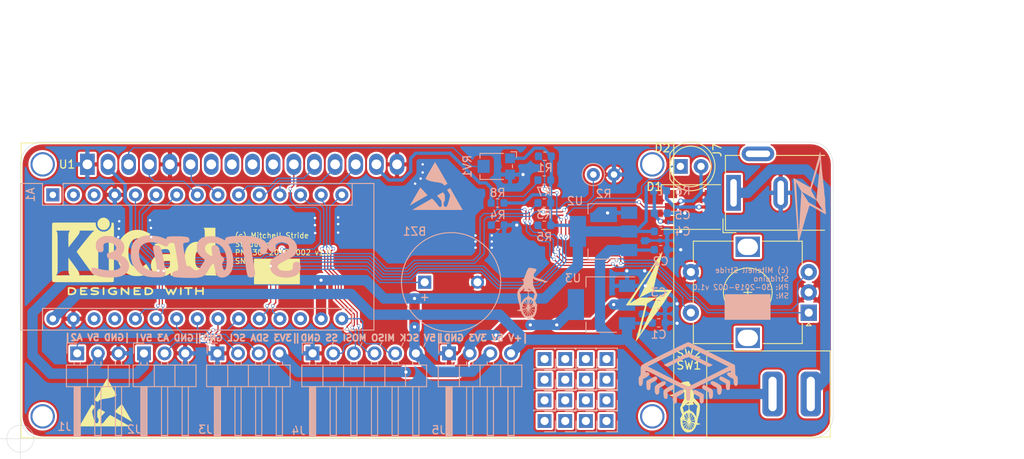
<source format=kicad_pcb>
(kicad_pcb (version 20171130) (host pcbnew "(5.1.4)-1")
  (layers (0 F.Cu signal) (31 B.Cu signal) (34 B.Paste user) (35 F.Paste user) (36 B.SilkS user) (37 F.SilkS user) (38 B.Mask user) (39 F.Mask user) (44 Edge.Cuts user))
  (net 0 "")
  (net 1 "Net-(U1-Pad7)")
  (net 2 "Net-(U1-Pad8)")
  (net 3 "Net-(U1-Pad9)")
  (net 4 "Net-(U1-Pad10)")
  (net 5 "Net-(D1-Pad4)")
  (net 6 "Net-(D1-Pad1)")
  (net 7 "Net-(D2-Pad1)")
  (net 8 GND)
  (net 9 +V)
  (net 10 +5V)
  (net 11 /D0\RX)
  (net 12 /AREF)
  (net 13 /nRST1)
  (net 14 /A0)
  (net 15 /A1)
  (net 16 /A2)
  (net 17 /A3)
  (net 18 /D4)
  (net 19 /A6)
  (net 20 /D7)
  (net 21 /A7)
  (net 22 /D8)
  (net 23 +3V3)
  (net 24 /nRST0)
  (net 25 /D1\TX)
  (net 26 /D2\INT)
  (net 27 /D3\INT\PWM)
  (net 28 /SDA\A4)
  (net 29 /D5\PWM)
  (net 30 /SCL\A5)
  (net 31 /D6\PWM)
  (net 32 /D9\PWM)
  (net 33 /D10\SS\PWM)
  (net 34 /D11\MOSI\PWM)
  (net 35 /D12\MISO)
  (net 36 /D13\SCK\LED)
  (net 37 "Net-(C5-Pad1)")
  (net 38 "Net-(R8-Pad2)")
  (net 39 "Net-(RV1-Pad2)")
  (net 40 "Net-(A1-Pad27)")
  (net 41 "Net-(J7-Pad3)")
  (net 42 "Net-(J7-Pad1)")
  (module Display:WC1602A (layer F.Cu) (at 58.2491 116.2493)
    (fp_text reference U1 (at -2.4991 0.0007) (layer F.SilkS))
    (fp_text value WC1602A)
    (pad 1 thru_hole rect (at 0 0) (size 1.8 2.6) (drill 1.2) (layers *.Cu *.Mask) (net 8 GND))
    (pad 2 thru_hole oval (at 2.54 0) (size 1.8 2.6) (drill 1.2) (layers *.Cu *.Mask) (net 10 +5V))
    (pad 3 thru_hole oval (at 5.08 0) (size 1.8 2.6) (drill 1.2) (layers *.Cu *.Mask) (net 39 "Net-(RV1-Pad2)"))
    (pad 4 thru_hole oval (at 7.62 0) (size 1.8 2.6) (drill 1.2) (layers *.Cu *.Mask) (net 29 /D5\PWM))
    (pad 5 thru_hole oval (at 10.16 0) (size 1.8 2.6) (drill 1.2) (layers *.Cu *.Mask) (net 8 GND))
    (pad 6 thru_hole oval (at 12.7 0) (size 1.8 2.6) (drill 1.2) (layers *.Cu *.Mask) (net 31 /D6\PWM))
    (pad 7 thru_hole oval (at 15.24 0) (size 1.8 2.6) (drill 1.2) (layers *.Cu *.Mask) (net 1 "Net-(U1-Pad7)"))
    (pad 8 thru_hole oval (at 17.78 0) (size 1.8 2.6) (drill 1.2) (layers *.Cu *.Mask) (net 2 "Net-(U1-Pad8)"))
    (pad 9 thru_hole oval (at 20.32 0) (size 1.8 2.6) (drill 1.2) (layers *.Cu *.Mask) (net 3 "Net-(U1-Pad9)"))
    (pad 10 thru_hole oval (at 22.86 0) (size 1.8 2.6) (drill 1.2) (layers *.Cu *.Mask) (net 4 "Net-(U1-Pad10)"))
    (pad 11 thru_hole oval (at 25.4 0) (size 1.8 2.6) (drill 1.2) (layers *.Cu *.Mask) (net 14 /A0))
    (pad 12 thru_hole oval (at 27.94 0) (size 1.8 2.6) (drill 1.2) (layers *.Cu *.Mask) (net 20 /D7))
    (pad 13 thru_hole oval (at 30.48 0) (size 1.8 2.6) (drill 1.2) (layers *.Cu *.Mask) (net 22 /D8))
    (pad 14 thru_hole oval (at 33.02 0) (size 1.8 2.6) (drill 1.2) (layers *.Cu *.Mask) (net 32 /D9\PWM))
    (pad 15 thru_hole oval (at 35.56 0) (size 1.8 2.6) (drill 1.2) (layers *.Cu *.Mask) (net 38 "Net-(R8-Pad2)"))
    (pad 16 thru_hole oval (at 38.1 0) (size 1.8 2.6) (drill 1.2) (layers *.Cu *.Mask) (net 8 GND))
    (pad "" thru_hole circle (at -5.4991 0) (size 3 3) (drill 2.5) (layers *.Cu *.Mask))
    (pad "" thru_hole circle (at -5.4991 31.0007) (size 3 3) (drill 2.5) (layers *.Cu *.Mask))
    (pad "" thru_hole circle (at 69.49948 31.0007) (size 3 3) (drill 2.5) (layers *.Cu *.Mask))
    (pad "" thru_hole circle (at 69.5 0) (size 3 3) (drill 2.5) (layers *.Cu *.Mask))
  )
  (module Connector_BarrelJack:BarrelJack_Wuerth_6941xx301002 (layer F.Cu) (at 137.75 119.75 90)
    (fp_text reference J7 (at 5.25 -2 90) (layer F.SilkS))
    (fp_text value Barrel_Jack)
    (pad 3 thru_hole oval (at 4.8 3 180) (size 4 1.8) (drill oval 3 0.8) (layers *.Cu *.Mask) (net 41 "Net-(J7-Pad3)"))
    (pad 2 thru_hole oval (at 0 5.8 90) (size 4 1.8) (drill oval 3 0.8) (layers *.Cu *.Mask) (net 8 GND))
    (pad 1 thru_hole rect (at 0 0 90) (size 4.4 1.8) (drill oval 3.4 0.8) (layers *.Cu *.Mask) (net 42 "Net-(J7-Pad1)"))
  )
  (module Connector_PinSocket_2.54mm:PinSocket_1x01_P2.54mm_Vertical (layer B.Cu) (at 122.12 147.82)
    (fp_text reference REF** hide)
    (fp_text value PinSocket_1x01_P2.54mm_Vertical)
    (pad 1 thru_hole rect (at 0 0) (size 1.7 1.7) (drill 1) (layers *.Cu *.Mask))
  )
  (module Connector_PinSocket_2.54mm:PinSocket_1x01_P2.54mm_Vertical (layer B.Cu) (at 119.58 147.82)
    (fp_text reference REF** hide)
    (fp_text value PinSocket_1x01_P2.54mm_Vertical)
    (pad 1 thru_hole rect (at 0 0) (size 1.7 1.7) (drill 1) (layers *.Cu *.Mask))
  )
  (module Connector_PinSocket_2.54mm:PinSocket_1x01_P2.54mm_Vertical (layer B.Cu) (at 117.04 147.82)
    (fp_text reference REF** hide)
    (fp_text value PinSocket_1x01_P2.54mm_Vertical)
    (pad 1 thru_hole rect (at 0 0) (size 1.7 1.7) (drill 1) (layers *.Cu *.Mask))
  )
  (module Connector_PinSocket_2.54mm:PinSocket_1x01_P2.54mm_Vertical (layer B.Cu) (at 114.5 147.82)
    (fp_text reference REF** hide)
    (fp_text value PinSocket_1x01_P2.54mm_Vertical)
    (pad 1 thru_hole rect (at 0 0) (size 1.7 1.7) (drill 1) (layers *.Cu *.Mask))
  )
  (module Connector_PinSocket_2.54mm:PinSocket_1x01_P2.54mm_Vertical (layer B.Cu) (at 122.12 145.28)
    (fp_text reference REF** hide)
    (fp_text value PinSocket_1x01_P2.54mm_Vertical)
    (pad 1 thru_hole rect (at 0 0) (size 1.7 1.7) (drill 1) (layers *.Cu *.Mask))
  )
  (module Connector_PinSocket_2.54mm:PinSocket_1x01_P2.54mm_Vertical (layer B.Cu) (at 119.58 145.28)
    (fp_text reference REF** hide)
    (fp_text value PinSocket_1x01_P2.54mm_Vertical)
    (pad 1 thru_hole rect (at 0 0) (size 1.7 1.7) (drill 1) (layers *.Cu *.Mask))
  )
  (module Connector_PinSocket_2.54mm:PinSocket_1x01_P2.54mm_Vertical (layer B.Cu) (at 117.04 145.28)
    (fp_text reference REF** hide)
    (fp_text value PinSocket_1x01_P2.54mm_Vertical)
    (pad 1 thru_hole rect (at 0 0) (size 1.7 1.7) (drill 1) (layers *.Cu *.Mask))
  )
  (module Connector_PinSocket_2.54mm:PinSocket_1x01_P2.54mm_Vertical (layer B.Cu) (at 114.5 145.28)
    (fp_text reference REF** hide)
    (fp_text value PinSocket_1x01_P2.54mm_Vertical)
    (pad 1 thru_hole rect (at 0 0) (size 1.7 1.7) (drill 1) (layers *.Cu *.Mask))
  )
  (module Connector_PinSocket_2.54mm:PinSocket_1x01_P2.54mm_Vertical (layer B.Cu) (at 122.12 142.74)
    (fp_text reference REF** hide)
    (fp_text value PinSocket_1x01_P2.54mm_Vertical)
    (pad 1 thru_hole rect (at 0 0) (size 1.7 1.7) (drill 1) (layers *.Cu *.Mask))
  )
  (module Connector_PinSocket_2.54mm:PinSocket_1x01_P2.54mm_Vertical (layer B.Cu) (at 119.58 142.74)
    (fp_text reference REF** hide)
    (fp_text value PinSocket_1x01_P2.54mm_Vertical)
    (pad 1 thru_hole rect (at 0 0) (size 1.7 1.7) (drill 1) (layers *.Cu *.Mask))
  )
  (module Connector_PinSocket_2.54mm:PinSocket_1x01_P2.54mm_Vertical (layer B.Cu) (at 117.04 142.74)
    (fp_text reference REF** hide)
    (fp_text value PinSocket_1x01_P2.54mm_Vertical)
    (pad 1 thru_hole rect (at 0 0) (size 1.7 1.7) (drill 1) (layers *.Cu *.Mask))
  )
  (module Connector_PinSocket_2.54mm:PinSocket_1x01_P2.54mm_Vertical (layer B.Cu) (at 114.5 142.74)
    (fp_text reference REF** hide)
    (fp_text value PinSocket_1x01_P2.54mm_Vertical)
    (pad 1 thru_hole rect (at 0 0) (size 1.7 1.7) (drill 1) (layers *.Cu *.Mask))
  )
  (module Connector_PinSocket_2.54mm:PinSocket_1x01_P2.54mm_Vertical (layer B.Cu) (at 122.12 140.2)
    (fp_text reference REF** hide)
    (fp_text value PinSocket_1x01_P2.54mm_Vertical)
    (pad 1 thru_hole rect (at 0 0) (size 1.7 1.7) (drill 1) (layers *.Cu *.Mask))
  )
  (module Connector_PinSocket_2.54mm:PinSocket_1x01_P2.54mm_Vertical (layer B.Cu) (at 119.58 140.2)
    (fp_text reference REF** hide)
    (fp_text value PinSocket_1x01_P2.54mm_Vertical)
    (pad 1 thru_hole rect (at 0 0) (size 1.7 1.7) (drill 1) (layers *.Cu *.Mask))
  )
  (module Connector_PinSocket_2.54mm:PinSocket_1x01_P2.54mm_Vertical (layer B.Cu) (at 117.04 140.2)
    (fp_text reference REF** hide)
    (fp_text value PinSocket_1x01_P2.54mm_Vertical)
    (pad 1 thru_hole rect (at 0 0) (size 1.7 1.7) (drill 1) (layers *.Cu *.Mask))
  )
  (module Connector_PinSocket_2.54mm:PinSocket_1x01_P2.54mm_Vertical (layer B.Cu) (at 114.5 140.2)
    (fp_text reference REF** hide)
    (fp_text value PinSocket_1x01_P2.54mm_Vertical)
    (pad 1 thru_hole rect (at 0 0) (size 1.7 1.7) (drill 1) (layers *.Cu *.Mask))
  )
  (module Rotary_Encoder:RotaryEncoder_Alps_EC12E-Switch_Vertical_H20mm (layer F.Cu) (at 147 134.5 180)
    (fp_text reference SW2 (at 14.75 -5) (layer F.SilkS))
    (fp_text value Rotary_Encoder_Switch)
    (pad S2 thru_hole circle (at 14.5 5 180) (size 2 2) (drill 1) (layers *.Cu *.Mask) (net 8 GND))
    (pad S1 thru_hole circle (at 14.5 0 180) (size 2 2) (drill 1) (layers *.Cu *.Mask) (net 18 /D4))
    (pad MP thru_hole rect (at 7.5 8.1 180) (size 3 2.5) (drill oval 2.5 2) (layers *.Cu *.Mask))
    (pad MP thru_hole rect (at 7.5 -3.1 180) (size 3 2.5) (drill oval 2.5 2) (layers *.Cu *.Mask))
    (pad B thru_hole circle (at 0 5 180) (size 2 2) (drill 1) (layers *.Cu *.Mask) (net 27 /D3\INT\PWM))
    (pad C thru_hole circle (at 0 2.5 180) (size 2 2) (drill 1) (layers *.Cu *.Mask) (net 8 GND))
    (pad A thru_hole rect (at 0 0 180) (size 2 2) (drill 1) (layers *.Cu *.Mask) (net 26 /D2\INT))
  )
  (module µ104KiCAD:Switch_Toggle (layer F.Cu) (at 147.25 144.5 180)
    (fp_text reference SW1 (at 15 3.525 180) (layer F.SilkS))
    (fp_text value SW_SPST hide)
    (pad 1 thru_hole roundrect (at 0 0 180) (size 2.5 5.5) (drill oval 1 4.25) (layers *.Cu *.Mask) (net 42 "Net-(J7-Pad1)"))
    (pad 2 thru_hole roundrect (at 4.7 0 180) (size 2.5 5.5) (drill oval 1 4.25) (layers *.Cu *.Mask) (net 9 +V))
  )
  (module LED_SMD:LED_WS2812_PLCC6_5.0x5.0mm_P1.6mm (layer F.Cu) (at 132.5 121.5)
    (fp_text reference D1 (at -4.5 -2.5) (layer F.SilkS))
    (fp_text value WS2812)
    (pad 4 smd rect (at 2.45 1.6) (size 1.5 1) (layers F.Cu F.Paste F.Mask) (net 5 "Net-(D1-Pad4)"))
    (pad 5 smd rect (at 2.45 0) (size 1.5 1) (layers F.Cu F.Paste F.Mask) (net 10 +5V))
    (pad 6 smd rect (at 2.45 -1.6) (size 1.5 1) (layers F.Cu F.Paste F.Mask) (net 8 GND))
    (pad 3 smd rect (at -2.45 1.6) (size 1.5 1) (layers F.Cu F.Paste F.Mask) (net 37 "Net-(C5-Pad1)"))
    (pad 2 smd rect (at -2.45 0) (size 1.5 1) (layers F.Cu F.Paste F.Mask) (net 15 /A1))
    (pad 1 smd rect (at -2.45 -1.6) (size 1.5 1) (layers F.Cu F.Paste F.Mask) (net 6 "Net-(D1-Pad1)"))
  )
  (module Module:Arduino_Nano (layer B.Cu) (at 54 120 270)
    (fp_text reference A1 (at 0 2.75 90) (layer B.SilkS) (effects (justify mirror)))
    (fp_text value Arduino_Nano_v3.x)
    (pad 1 thru_hole rect (at 0 0 270) (size 1.6 1.6) (drill 0.8) (layers *.Cu *.Mask) (net 25 /D1\TX))
    (pad 17 thru_hole oval (at 15.24 -33.02 270) (size 1.6 1.6) (drill 0.8) (layers *.Cu *.Mask) (net 10 +5V))
    (pad 2 thru_hole oval (at 0 -2.54 270) (size 1.6 1.6) (drill 0.8) (layers *.Cu *.Mask) (net 11 /D0\RX))
    (pad 18 thru_hole oval (at 15.24 -30.48 270) (size 1.6 1.6) (drill 0.8) (layers *.Cu *.Mask) (net 12 /AREF))
    (pad 3 thru_hole oval (at 0 -5.08 270) (size 1.6 1.6) (drill 0.8) (layers *.Cu *.Mask) (net 13 /nRST1))
    (pad 19 thru_hole oval (at 15.24 -27.94 270) (size 1.6 1.6) (drill 0.8) (layers *.Cu *.Mask) (net 14 /A0))
    (pad 4 thru_hole oval (at 0 -7.62 270) (size 1.6 1.6) (drill 0.8) (layers *.Cu *.Mask) (net 8 GND))
    (pad 20 thru_hole oval (at 15.24 -25.4 270) (size 1.6 1.6) (drill 0.8) (layers *.Cu *.Mask) (net 15 /A1))
    (pad 5 thru_hole oval (at 0 -10.16 270) (size 1.6 1.6) (drill 0.8) (layers *.Cu *.Mask) (net 26 /D2\INT))
    (pad 21 thru_hole oval (at 15.24 -22.86 270) (size 1.6 1.6) (drill 0.8) (layers *.Cu *.Mask) (net 16 /A2))
    (pad 6 thru_hole oval (at 0 -12.7 270) (size 1.6 1.6) (drill 0.8) (layers *.Cu *.Mask) (net 27 /D3\INT\PWM))
    (pad 22 thru_hole oval (at 15.24 -20.32 270) (size 1.6 1.6) (drill 0.8) (layers *.Cu *.Mask) (net 17 /A3))
    (pad 7 thru_hole oval (at 0 -15.24 270) (size 1.6 1.6) (drill 0.8) (layers *.Cu *.Mask) (net 18 /D4))
    (pad 23 thru_hole oval (at 15.24 -17.78 270) (size 1.6 1.6) (drill 0.8) (layers *.Cu *.Mask) (net 28 /SDA\A4))
    (pad 8 thru_hole oval (at 0 -17.78 270) (size 1.6 1.6) (drill 0.8) (layers *.Cu *.Mask) (net 29 /D5\PWM))
    (pad 24 thru_hole oval (at 15.24 -15.24 270) (size 1.6 1.6) (drill 0.8) (layers *.Cu *.Mask) (net 30 /SCL\A5))
    (pad 9 thru_hole oval (at 0 -20.32 270) (size 1.6 1.6) (drill 0.8) (layers *.Cu *.Mask) (net 31 /D6\PWM))
    (pad 25 thru_hole oval (at 15.24 -12.7 270) (size 1.6 1.6) (drill 0.8) (layers *.Cu *.Mask) (net 19 /A6))
    (pad 10 thru_hole oval (at 0 -22.86 270) (size 1.6 1.6) (drill 0.8) (layers *.Cu *.Mask) (net 20 /D7))
    (pad 26 thru_hole oval (at 15.24 -10.16 270) (size 1.6 1.6) (drill 0.8) (layers *.Cu *.Mask) (net 21 /A7))
    (pad 11 thru_hole oval (at 0 -25.4 270) (size 1.6 1.6) (drill 0.8) (layers *.Cu *.Mask) (net 22 /D8))
    (pad 27 thru_hole oval (at 15.24 -7.62 270) (size 1.6 1.6) (drill 0.8) (layers *.Cu *.Mask) (net 40 "Net-(A1-Pad27)"))
    (pad 12 thru_hole oval (at 0 -27.94 270) (size 1.6 1.6) (drill 0.8) (layers *.Cu *.Mask) (net 32 /D9\PWM))
    (pad 28 thru_hole oval (at 15.24 -5.08 270) (size 1.6 1.6) (drill 0.8) (layers *.Cu *.Mask) (net 24 /nRST0))
    (pad 13 thru_hole oval (at 0 -30.48 270) (size 1.6 1.6) (drill 0.8) (layers *.Cu *.Mask) (net 33 /D10\SS\PWM))
    (pad 29 thru_hole oval (at 15.24 -2.54 270) (size 1.6 1.6) (drill 0.8) (layers *.Cu *.Mask) (net 8 GND))
    (pad 14 thru_hole oval (at 0 -33.02 270) (size 1.6 1.6) (drill 0.8) (layers *.Cu *.Mask) (net 34 /D11\MOSI\PWM))
    (pad 30 thru_hole oval (at 15.24 0 270) (size 1.6 1.6) (drill 0.8) (layers *.Cu *.Mask) (net 9 +V))
    (pad 15 thru_hole oval (at 0 -35.56 270) (size 1.6 1.6) (drill 0.8) (layers *.Cu *.Mask) (net 35 /D12\MISO))
    (pad 16 thru_hole oval (at 15.24 -35.56 270) (size 1.6 1.6) (drill 0.8) (layers *.Cu *.Mask) (net 36 /D13\SCK\LED))
  )
  (module Capacitor_SMD:C_0603_1608Metric (layer B.Cu) (at 128.5375 135.75)
    (fp_text reference C1 (at 0 1.43) (layer B.SilkS) (effects (justify mirror)))
    (fp_text value 1u)
    (pad 2 smd roundrect (at 0.7875 0) (size 0.875 0.95) (layers B.Cu B.Paste B.Mask) (net 8 GND))
    (pad 1 smd roundrect (at -0.7875 0) (size 0.875 0.95) (layers B.Cu B.Paste B.Mask) (net 9 +V))
  )
  (module Capacitor_SMD:C_0603_1608Metric (layer B.Cu) (at 128.7875 126.75)
    (fp_text reference C2 (at 0 1.43) (layer B.SilkS) (effects (justify mirror)))
    (fp_text value 1u)
    (pad 1 smd roundrect (at -0.7875 0) (size 0.875 0.95) (layers B.Cu B.Paste B.Mask) (net 9 +V))
    (pad 2 smd roundrect (at 0.7875 0) (size 0.875 0.95) (layers B.Cu B.Paste B.Mask) (net 8 GND))
  )
  (module Capacitor_SMD:C_0603_1608Metric (layer B.Cu) (at 128.5375 133.5)
    (fp_text reference C3 (at 0 -1.5) (layer B.SilkS) (effects (justify mirror)))
    (fp_text value 1u)
    (pad 1 smd roundrect (at -0.7875 0) (size 0.875 0.95) (layers B.Cu B.Paste B.Mask) (net 23 +3V3))
    (pad 2 smd roundrect (at 0.7875 0) (size 0.875 0.95) (layers B.Cu B.Paste B.Mask) (net 8 GND))
  )
  (module Capacitor_SMD:C_0603_1608Metric (layer B.Cu) (at 128.7875 124.5)
    (fp_text reference C4 (at 2.7125 0) (layer B.SilkS) (effects (justify mirror)))
    (fp_text value 1u)
    (pad 1 smd roundrect (at -0.7875 0) (size 0.875 0.95) (layers B.Cu B.Paste B.Mask) (net 10 +5V))
    (pad 2 smd roundrect (at 0.7875 0) (size 0.875 0.95) (layers B.Cu B.Paste B.Mask) (net 8 GND))
  )
  (module Capacitor_SMD:C_0603_1608Metric (layer B.Cu) (at 128.787501 122.25)
    (fp_text reference C5 (at 2.712499 0.25) (layer B.SilkS) (effects (justify mirror)))
    (fp_text value 1u)
    (pad 2 smd roundrect (at 0.7875 0) (size 0.875 0.95) (layers B.Cu B.Paste B.Mask) (net 8 GND))
    (pad 1 smd roundrect (at -0.7875 0) (size 0.875 0.95) (layers B.Cu B.Paste B.Mask) (net 37 "Net-(C5-Pad1)"))
  )
  (module LED_THT:LED_D5.0mm (layer F.Cu) (at 131.21 116.5)
    (fp_text reference D2 (at -2.21 -2.25) (layer F.SilkS))
    (fp_text value LED)
    (pad 1 thru_hole rect (at 0 0) (size 1.8 1.8) (drill 0.9) (layers *.Cu *.Mask) (net 7 "Net-(D2-Pad1)"))
    (pad 2 thru_hole circle (at 2.54 0) (size 1.8 1.8) (drill 0.9) (layers *.Cu *.Mask) (net 15 /A1))
  )
  (module Connector_PinHeader_2.54mm:PinHeader_1x03_P2.54mm_Horizontal (layer B.Cu) (at 57 139.5 270)
    (fp_text reference J1 (at 9.025 1.575 180) (layer B.SilkS) (effects (justify mirror)))
    (fp_text value SG90)
    (pad 1 thru_hole rect (at 0 0 270) (size 1.7 1.7) (drill 1) (layers *.Cu *.Mask) (net 16 /A2))
    (pad 2 thru_hole oval (at 0 -2.54 270) (size 1.7 1.7) (drill 1) (layers *.Cu *.Mask) (net 10 +5V))
    (pad 3 thru_hole oval (at 0 -5.08 270) (size 1.7 1.7) (drill 1) (layers *.Cu *.Mask) (net 8 GND))
  )
  (module Connector_PinHeader_2.54mm:PinHeader_1x03_P2.54mm_Horizontal (layer B.Cu) (at 65.21 139.5 270)
    (fp_text reference J2 (at 9.35 1.235 180) (layer B.SilkS) (effects (justify mirror)))
    (fp_text value PERIP.)
    (pad 3 thru_hole oval (at 0 -5.08 270) (size 1.7 1.7) (drill 1) (layers *.Cu *.Mask) (net 8 GND))
    (pad 2 thru_hole oval (at 0 -2.54 270) (size 1.7 1.7) (drill 1) (layers *.Cu *.Mask) (net 17 /A3))
    (pad 1 thru_hole rect (at 0 0 270) (size 1.7 1.7) (drill 1) (layers *.Cu *.Mask) (net 10 +5V))
  )
  (module Resistor_SMD:R_0603_1608Metric (layer B.Cu) (at 114.537501 115.25)
    (fp_text reference R1 (at 0 1.43) (layer B.SilkS) (effects (justify mirror)))
    (fp_text value 10k)
    (pad 2 smd roundrect (at 0.7875 0) (size 0.875 0.95) (layers B.Cu B.Paste B.Mask) (net 10 +5V))
    (pad 1 smd roundrect (at -0.7875 0) (size 0.875 0.95) (layers B.Cu B.Paste B.Mask) (net 21 /A7))
  )
  (module Resistor_SMD:R_0603_1608Metric (layer B.Cu) (at 114.4625 120.999999)
    (fp_text reference R3 (at 0 1.43) (layer B.SilkS) (effects (justify mirror)))
    (fp_text value 10k)
    (pad 1 smd roundrect (at -0.7875 0) (size 0.875 0.95) (layers B.Cu B.Paste B.Mask) (net 27 /D3\INT\PWM))
    (pad 2 smd roundrect (at 0.7875 0) (size 0.875 0.95) (layers B.Cu B.Paste B.Mask) (net 10 +5V))
  )
  (module Resistor_SMD:R_0603_1608Metric (layer B.Cu) (at 108.7375 123.725 180)
    (fp_text reference R4 (at 0 1.25) (layer B.SilkS) (effects (justify mirror)))
    (fp_text value 220)
    (pad 1 smd roundrect (at -0.7875 0 180) (size 0.875 0.95) (layers B.Cu B.Paste B.Mask) (net 8 GND))
    (pad 2 smd roundrect (at 0.7875 0 180) (size 0.875 0.95) (layers B.Cu B.Paste B.Mask) (net 7 "Net-(D2-Pad1)"))
  )
  (module Resistor_SMD:R_0603_1608Metric (layer B.Cu) (at 114.4625 123.75)
    (fp_text reference R5 (at 0 1.43) (layer B.SilkS) (effects (justify mirror)))
    (fp_text value 10k)
    (pad 2 smd roundrect (at 0.7875 0) (size 0.875 0.95) (layers B.Cu B.Paste B.Mask) (net 10 +5V))
    (pad 1 smd roundrect (at -0.7875 0) (size 0.875 0.95) (layers B.Cu B.Paste B.Mask) (net 26 /D2\INT))
  )
  (module Resistor_SMD:R_0603_1608Metric (layer B.Cu) (at 128.712499 119.5)
    (fp_text reference R6 (at 2.787501 0) (layer B.SilkS) (effects (justify mirror)))
    (fp_text value 10k)
    (pad 1 smd roundrect (at -0.7875 0) (size 0.875 0.95) (layers B.Cu B.Paste B.Mask) (net 37 "Net-(C5-Pad1)"))
    (pad 2 smd roundrect (at 0.7875 0) (size 0.875 0.95) (layers B.Cu B.Paste B.Mask) (net 10 +5V))
  )
  (module Resistor_SMD:R_0603_1608Metric (layer B.Cu) (at 114.4625 118.184999)
    (fp_text reference R7 (at 0 1.43) (layer B.SilkS) (effects (justify mirror)))
    (fp_text value 10k)
    (pad 2 smd roundrect (at 0.7875 0) (size 0.875 0.95) (layers B.Cu B.Paste B.Mask) (net 10 +5V))
    (pad 1 smd roundrect (at -0.7875 0) (size 0.875 0.95) (layers B.Cu B.Paste B.Mask) (net 18 /D4))
  )
  (module Resistor_SMD:R_0603_1608Metric (layer B.Cu) (at 108.712499 121 180)
    (fp_text reference R8 (at 0 1.25) (layer B.SilkS) (effects (justify mirror)))
    (fp_text value 220)
    (pad 1 smd roundrect (at -0.7875 0 180) (size 0.875 0.95) (layers B.Cu B.Paste B.Mask) (net 10 +5V))
    (pad 2 smd roundrect (at 0.7875 0 180) (size 0.875 0.95) (layers B.Cu B.Paste B.Mask) (net 38 "Net-(R8-Pad2)"))
  )
  (module Package_TO_SOT_SMD:SOT-223-3_TabPin2 (layer B.Cu) (at 121.75 124.5 180)
    (fp_text reference U2 (at 3.5 3.75) (layer B.SilkS) (effects (justify mirror)))
    (fp_text value AZ1117-5.0)
    (pad 2 smd rect (at 3.15 0 180) (size 2 3.8) (layers B.Cu B.Paste B.Mask) (net 10 +5V))
    (pad 2 smd rect (at -3.15 0 180) (size 2 1.5) (layers B.Cu B.Paste B.Mask) (net 10 +5V))
    (pad 3 smd rect (at -3.15 -2.3 180) (size 2 1.5) (layers B.Cu B.Paste B.Mask) (net 9 +V))
    (pad 1 smd rect (at -3.15 2.3 180) (size 2 1.5) (layers B.Cu B.Paste B.Mask) (net 8 GND))
  )
  (module Package_TO_SOT_SMD:SOT-223-3_TabPin2 (layer B.Cu) (at 121.5 133.5 180)
    (fp_text reference U3 (at 3.5 3.25) (layer B.SilkS) (effects (justify mirror)))
    (fp_text value AZ1117-3.3)
    (pad 1 smd rect (at -3.15 2.3 180) (size 2 1.5) (layers B.Cu B.Paste B.Mask) (net 8 GND))
    (pad 3 smd rect (at -3.15 -2.3 180) (size 2 1.5) (layers B.Cu B.Paste B.Mask) (net 9 +V))
    (pad 2 smd rect (at -3.15 0 180) (size 2 1.5) (layers B.Cu B.Paste B.Mask) (net 23 +3V3))
    (pad 2 smd rect (at 3.15 0 180) (size 2 3.8) (layers B.Cu B.Paste B.Mask) (net 23 +3V3))
  )
  (module Buzzer_Beeper:MagneticBuzzer_ProSignal_ABT-410-RC (layer B.Cu) (at 99.75 130.75)
    (fp_text reference BZ1 (at -1.25 -6.25) (layer B.SilkS) (effects (justify mirror)))
    (fp_text value Buzzer)
    (fp_text user + (at 0 1.8) (layer B.SilkS) (effects (justify mirror)))
    (pad 1 thru_hole rect (at 0 0) (size 1.6 1.6) (drill 1) (layers *.Cu *.Mask) (net 19 /A6))
    (pad 2 thru_hole circle (at 6.5 0) (size 1.6 1.6) (drill 1) (layers *.Cu *.Mask) (net 8 GND))
  )
  (module Connector_PinHeader_2.54mm:PinHeader_1x06_P2.54mm_Horizontal (layer B.Cu) (at 85.96 139.5 270)
    (fp_text reference J4 (at 9.525 1.735 180) (layer B.SilkS) (effects (justify mirror)))
    (fp_text value SPI/STEPPER)
    (pad 1 thru_hole rect (at 0 0 270) (size 1.7 1.7) (drill 1) (layers *.Cu *.Mask) (net 8 GND))
    (pad 2 thru_hole oval (at 0 -2.54 270) (size 1.7 1.7) (drill 1) (layers *.Cu *.Mask) (net 33 /D10\SS\PWM))
    (pad 3 thru_hole oval (at 0 -5.08 270) (size 1.7 1.7) (drill 1) (layers *.Cu *.Mask) (net 34 /D11\MOSI\PWM))
    (pad 4 thru_hole oval (at 0 -7.62 270) (size 1.7 1.7) (drill 1) (layers *.Cu *.Mask) (net 35 /D12\MISO))
    (pad 5 thru_hole oval (at 0 -10.16 270) (size 1.7 1.7) (drill 1) (layers *.Cu *.Mask) (net 36 /D13\SCK\LED))
    (pad 6 thru_hole oval (at 0 -12.7 270) (size 1.7 1.7) (drill 1) (layers *.Cu *.Mask) (net 10 +5V))
  )
  (module Connector_PinHeader_2.54mm:PinHeader_1x04_P2.54mm_Horizontal (layer B.Cu) (at 74.25 139.5 270)
    (fp_text reference J3 (at 9.375 1.5 180) (layer B.SilkS) (effects (justify mirror)))
    (fp_text value I2C)
    (pad 1 thru_hole rect (at 0 0 270) (size 1.7 1.7) (drill 1) (layers *.Cu *.Mask) (net 8 GND))
    (pad 2 thru_hole oval (at 0 -2.54 270) (size 1.7 1.7) (drill 1) (layers *.Cu *.Mask) (net 30 /SCL\A5))
    (pad 3 thru_hole oval (at 0 -5.08 270) (size 1.7 1.7) (drill 1) (layers *.Cu *.Mask) (net 28 /SDA\A4))
    (pad 4 thru_hole oval (at 0 -7.62 270) (size 1.7 1.7) (drill 1) (layers *.Cu *.Mask) (net 23 +3V3))
  )
  (module Connector_PinHeader_2.54mm:PinHeader_1x04_P2.54mm_Horizontal (layer B.Cu) (at 102.75 139.5 270)
    (fp_text reference J5 (at 9.45 1.3 180) (layer B.SilkS) (effects (justify mirror)))
    (fp_text value PWR)
    (pad 4 thru_hole oval (at 0 -7.62 270) (size 1.7 1.7) (drill 1) (layers *.Cu *.Mask) (net 9 +V))
    (pad 3 thru_hole oval (at 0 -5.08 270) (size 1.7 1.7) (drill 1) (layers *.Cu *.Mask) (net 10 +5V))
    (pad 2 thru_hole oval (at 0 -2.54 270) (size 1.7 1.7) (drill 1) (layers *.Cu *.Mask) (net 23 +3V3))
    (pad 1 thru_hole rect (at 0 0 270) (size 1.7 1.7) (drill 1) (layers *.Cu *.Mask) (net 8 GND))
  )
  (module Resistor_THT:R_Axial_DIN0207_L6.3mm_D2.5mm_P2.54mm_Vertical (layer B.Cu) (at 120.5 117.5)
    (fp_text reference R2 (at 1.27 2.37) (layer B.SilkS) (effects (justify mirror)))
    (fp_text value LDR)
    (pad 1 thru_hole circle (at 0 0) (size 1.6 1.6) (drill 0.8) (layers *.Cu *.Mask) (net 21 /A7))
    (pad 2 thru_hole oval (at 2.54 0) (size 1.6 1.6) (drill 0.8) (layers *.Cu *.Mask) (net 8 GND))
  )
  (module Potentiometer_SMD:Potentiometer_Bourns_TC33X_Vertical (layer B.Cu) (at 108.45 116.5 180)
    (fp_text reference RV1 (at 3.45 0 90) (layer B.SilkS) (effects (justify mirror)))
    (fp_text value 10k)
    (pad 1 smd rect (at -1.8 1 180) (size 1.2 1.2) (layers B.Cu B.Paste B.Mask) (net 10 +5V))
    (pad 3 smd rect (at -1.8 -1 180) (size 1.2 1.2) (layers B.Cu B.Paste B.Mask) (net 8 GND))
    (pad 2 smd rect (at 1.45 0 180) (size 1.5 1.6) (layers B.Cu B.Paste B.Mask) (net 39 "Net-(RV1-Pad2)"))
  )
  (module Symbol:ESD-Logo_6.6x6mm_SilkScreen (layer F.Cu) (at 60.525 145.525)
    (fp_text reference Logo1 hide)
    (fp_text value x hide)
  )
  (module pics:datboi (layer B.Cu) (at 112.775 131.925 180)
    (fp_text reference Logo3 hide)
    (fp_text value x hide)
  )
  (module pics:stride (layer B.Cu) (at 71.4 127.55 180)
    (fp_text reference Logo4 hide)
    (fp_text value x hide)
  )
  (module Symbol:ESD-Logo_6.6x6mm_SilkScreen (layer B.Cu) (at 101.175 118.9 180)
    (fp_text reference Logo5 hide)
    (fp_text value x hide)
  )
  (module µ104KiCAD:SN_BLOCK (layer F.Cu) (at 81.575 129.425)
    (fp_text reference Logo6 hide)
    (fp_text value x hide)
  )
  (module pics:datboi (layer F.Cu) (at 132 145.9)
    (fp_text reference Logo7 hide)
    (fp_text value x hide)
  )
  (module µ104KiCAD:SN_BLOCK (layer B.Cu) (at 139.475 133.8)
    (fp_text reference Logo8 hide)
    (fp_text value x hide)
  )
  (module Symbol:KiCad-Logo2_8mm_SilkScreen (layer F.Cu) (at 64.025 126.75)
    (fp_text reference Logo2 hide)
    (fp_text value x hide)
  )
  (module pics:bolt (layer F.Cu) (at 127.475 132.775)
    (fp_text reference Logo9 hide)
    (fp_text value x hide)
  )
  (module pics:chip (layer B.Cu) (at 132.175 141.55 180)
    (fp_text reference Logo10 hide)
    (fp_text value x hide)
  )
  (module pics:bolt (layer B.Cu) (at 147.3 120.125 330)
    (fp_text reference Logo11 hide)
    (fp_text value x hide)
  )
  (gr_text "|+V 5V 3V3 GND|" (at 106.925 137.6) (layer B.SilkS) (effects (font (size 0.8 0.8) (thickness 0.2)) (justify mirror)))
  (gr_line (start 88.275 138.6) (end 88.5 138.15) (layer B.SilkS) (width 0.12))
  (gr_line (start 91.825 138.625) (end 92.05 138.175) (layer B.SilkS) (width 0.12))
  (gr_line (start 94.25 138.6) (end 94.475 138.15) (layer B.SilkS) (width 0.12))
  (gr_line (start 96.9 138.65) (end 97.125 138.2) (layer B.SilkS) (width 0.12))
  (gr_line (start 99.625 138.65) (end 99.85 138.2) (layer B.SilkS) (width 0.12))
  (gr_text "|5V SCK MISO MOSI SS GND|" (at 92.8 137.6) (layer B.SilkS) (effects (font (size 0.8 0.8) (thickness 0.2)) (justify mirror)))
  (gr_text "|3V3 SDA SCL GND|" (at 77.925 137.6) (layer B.SilkS) (effects (font (size 0.8 0.8) (thickness 0.2)) (justify mirror)))
  (gr_text "|GND A3 5V|" (at 68.05 137.6) (layer B.SilkS) (effects (font (size 0.8 0.8) (thickness 0.2)) (justify mirror)))
  (gr_text "|GND 5V A2|" (at 59.475 137.55) (layer B.SilkS) (effects (font (size 0.8 0.8) (thickness 0.2)) (justify mirror)))
  (gr_text "(c) Mitchell Stride\nStriduino\nPN: 30-2019-002 v1.0  \nSN:" (at 76.35 126.575) (layer F.SilkS) (effects (font (size 0.65 0.65) (thickness 0.1)) (justify left)))
  (gr_text "(c) Mitchell Stride\nStriduino\nPN: 30-2019-002 v1.0  \nSN:" (at 144.625 130.85) (layer B.SilkS) (effects (font (size 0.65 0.65) (thickness 0.1)) (justify left mirror)))
  (gr_arc (start 147.25 116.25) (end 150 116.25) (angle -90) (layer Edge.Cuts) (width 0.05))
  (gr_arc (start 147.25 147.25) (end 147.25 150) (angle -90) (layer Edge.Cuts) (width 0.05))
  (gr_arc (start 52.75 116.25) (end 52.75 113.5) (angle -90) (layer Edge.Cuts) (width 0.05))
  (gr_arc (start 52.75 147.25) (end 50 147.25) (angle -90) (layer Edge.Cuts) (width 0.05))
  (gr_line (start 147.25 150) (end 52.75 150) (layer Edge.Cuts) (width 0.05))
  (gr_line (start 150 116.25) (end 150 147.25) (layer Edge.Cuts) (width 0.05))
  (gr_line (start 52.75 113.5) (end 147.25 113.5) (layer Edge.Cuts) (width 0.05))
  (gr_line (start 50 147.25) (end 50 116.25) (layer Edge.Cuts) (width 0.05))
  (target plus (at 50 150) (size 5) (width 0.05) (layer Edge.Cuts))
  (via (at 116.9 121.875) (size 0.4) (drill 0.3) (layers F.Cu B.Cu) (net 7))
  (via (at 114.35 122.1) (size 0.4) (drill 0.3) (layers F.Cu B.Cu) (net 7))
  (segment (start 116.9 121.875) (end 116.675 122.1) (width 0.1524) (layer F.Cu) (net 7))
  (segment (start 116.675 122.1) (end 114.35 122.1) (width 0.1524) (layer F.Cu) (net 7))
  (segment (start 108.411612 123.263388) (end 107.95 123.725) (width 0.1524) (layer B.Cu) (net 7))
  (segment (start 109.022589 122.652411) (end 108.411612 123.263388) (width 0.1524) (layer B.Cu) (net 7))
  (segment (start 112.797589 122.652411) (end 109.022589 122.652411) (width 0.1524) (layer B.Cu) (net 7))
  (segment (start 113.375 122.075) (end 112.797589 122.652411) (width 0.1524) (layer B.Cu) (net 7))
  (segment (start 114.35 122.1) (end 114.325 122.075) (width 0.1524) (layer B.Cu) (net 7))
  (segment (start 114.325 122.075) (end 113.375 122.075) (width 0.1524) (layer B.Cu) (net 7))
  (segment (start 120.826616 120.425) (end 125.775 120.425) (width 0.1524) (layer B.Cu) (net 7))
  (segment (start 116.9 121.875) (end 117.522589 121.252411) (width 0.1524) (layer B.Cu) (net 7))
  (segment (start 117.522589 121.252411) (end 119.999205 121.252411) (width 0.1524) (layer B.Cu) (net 7))
  (segment (start 128.5576 118.1) (end 130.1576 116.5) (width 0.1524) (layer B.Cu) (net 7))
  (segment (start 130.1576 116.5) (end 131.21 116.5) (width 0.1524) (layer B.Cu) (net 7))
  (segment (start 127.292422 118.1) (end 128.5576 118.1) (width 0.1524) (layer B.Cu) (net 7))
  (segment (start 119.999205 121.252411) (end 120.826616 120.425) (width 0.1524) (layer B.Cu) (net 7))
  (segment (start 126.425 118.967422) (end 127.292422 118.1) (width 0.1524) (layer B.Cu) (net 7))
  (segment (start 126.425 119.775) (end 126.425 118.967422) (width 0.1524) (layer B.Cu) (net 7))
  (segment (start 125.775 120.425) (end 126.425 119.775) (width 0.1524) (layer B.Cu) (net 7))
  (via (at 131.25 126.75) (size 0.6) (drill 0.4) (layers F.Cu B.Cu) (net 8))
  (segment (start 129.575 126.75) (end 131.25 126.75) (width 0.4064) (layer B.Cu) (net 8))
  (via (at 131.25 124.5) (size 0.6) (drill 0.4) (layers F.Cu B.Cu) (net 8))
  (segment (start 129.575 124.5) (end 131.25 124.5) (width 0.4064) (layer B.Cu) (net 8))
  (via (at 131.75 122.25) (size 0.6) (drill 0.4) (layers F.Cu B.Cu) (net 8))
  (segment (start 129.575001 122.25) (end 131.75 122.25) (width 0.4064) (layer B.Cu) (net 8))
  (via (at 130.8 133.4) (size 0.6) (drill 0.4) (layers F.Cu B.Cu) (net 8))
  (segment (start 129.325 133.5) (end 130.7 133.5) (width 0.4064) (layer B.Cu) (net 8))
  (segment (start 130.7 133.5) (end 130.8 133.4) (width 0.4064) (layer B.Cu) (net 8))
  (via (at 130.8 135.8) (size 0.6) (drill 0.4) (layers F.Cu B.Cu) (net 8))
  (segment (start 129.325 135.75) (end 130.75 135.75) (width 0.4064) (layer B.Cu) (net 8))
  (segment (start 130.75 135.75) (end 130.8 135.8) (width 0.4064) (layer B.Cu) (net 8))
  (via (at 126.9 131.2) (size 0.6) (drill 0.4) (layers F.Cu B.Cu) (net 8))
  (segment (start 124.65 131.2) (end 126.9 131.2) (width 0.4064) (layer B.Cu) (net 8))
  (via (at 111.85 117.5) (size 0.6) (drill 0.4) (layers F.Cu B.Cu) (net 8))
  (segment (start 110.25 117.5) (end 111.85 117.5) (width 0.4064) (layer B.Cu) (net 8))
  (via (at 111.075 123.725) (size 0.6) (drill 0.4) (layers F.Cu B.Cu) (net 8))
  (segment (start 109.525 123.725) (end 111.075 123.725) (width 0.4064) (layer B.Cu) (net 8))
  (via (at 122.25 122.225) (size 1) (drill 0.4) (layers F.Cu B.Cu) (net 8))
  (segment (start 124.9 122.2) (end 122.275 122.2) (width 0.4064) (layer B.Cu) (net 8))
  (segment (start 122.275 122.2) (end 122.25 122.225) (width 0.4064) (layer B.Cu) (net 8))
  (segment (start 126.9 131.2) (end 126.9 129.438249) (width 0.4064) (layer B.Cu) (net 8))
  (segment (start 126.9 129.438249) (end 126.815372 129.353621) (width 0.4064) (layer B.Cu) (net 8))
  (via (at 126.815372 129.353621) (size 0.6) (drill 0.4) (layers F.Cu B.Cu) (net 8))
  (segment (start 124.65 129.388119) (end 124.615502 129.353621) (width 0.4064) (layer B.Cu) (net 8))
  (segment (start 124.65 131.2) (end 124.65 129.388119) (width 0.4064) (layer B.Cu) (net 8))
  (segment (start 126.815372 129.353621) (end 124.615502 129.353621) (width 0.4064) (layer B.Cu) (net 8))
  (via (at 124.615502 129.353621) (size 0.6) (drill 0.4) (layers F.Cu B.Cu) (net 8))
  (segment (start 123.04 117.5) (end 126.29 114.25) (width 0.1524) (layer B.Cu) (net 8))
  (segment (start 126.29 114.25) (end 134.75 114.25) (width 0.1524) (layer B.Cu) (net 8))
  (segment (start 134.75 114.25) (end 135.5 115) (width 0.1524) (layer B.Cu) (net 8))
  (segment (start 135.5 115) (end 135.5 122.25) (width 0.1524) (layer B.Cu) (net 8))
  (segment (start 135.5 122.25) (end 136.75 123.5) (width 0.1524) (layer B.Cu) (net 8))
  (segment (start 136.75 123.5) (end 142.75 123.5) (width 0.1524) (layer B.Cu) (net 8))
  (segment (start 143.55 122.7) (end 143.55 119.75) (width 0.1524) (layer B.Cu) (net 8))
  (segment (start 142.75 123.5) (end 143.55 122.7) (width 0.1524) (layer B.Cu) (net 8))
  (via (at 108 125) (size 0.4) (drill 0.3) (layers F.Cu B.Cu) (net 8))
  (segment (start 109.525 123.725) (end 108.25 125) (width 0.1524) (layer B.Cu) (net 8))
  (segment (start 108.25 125) (end 108 125) (width 0.1524) (layer B.Cu) (net 8))
  (via (at 108 125.75) (size 0.4) (drill 0.3) (layers F.Cu B.Cu) (net 8))
  (segment (start 108 125) (end 108 125.75) (width 0.1524) (layer F.Cu) (net 8))
  (via (at 108 126.5) (size 0.4) (drill 0.3) (layers F.Cu B.Cu) (net 8))
  (segment (start 108 125.75) (end 108 126.5) (width 0.1524) (layer B.Cu) (net 8))
  (via (at 106 126.5) (size 0.4) (drill 0.3) (layers F.Cu B.Cu) (net 8))
  (segment (start 108 126.5) (end 106 126.5) (width 0.1524) (layer F.Cu) (net 8))
  (via (at 106 125.75) (size 0.4) (drill 0.3) (layers F.Cu B.Cu) (net 8))
  (segment (start 106 126.5) (end 106 125.75) (width 0.1524) (layer B.Cu) (net 8))
  (via (at 106 125) (size 0.4) (drill 0.3) (layers F.Cu B.Cu) (net 8))
  (segment (start 106 125.75) (end 106 125) (width 0.1524) (layer F.Cu) (net 8))
  (via (at 99.5 116.25) (size 0.4) (drill 0.3) (layers F.Cu B.Cu) (net 8))
  (segment (start 96.3491 116.2493) (end 99.4993 116.2493) (width 0.1524) (layer F.Cu) (net 8))
  (segment (start 99.4993 116.2493) (end 99.5 116.25) (width 0.1524) (layer F.Cu) (net 8))
  (via (at 99.5 117.25) (size 0.4) (drill 0.3) (layers F.Cu B.Cu) (net 8))
  (segment (start 99.5 116.25) (end 99.5 117.25) (width 0.1524) (layer B.Cu) (net 8))
  (via (at 99.25 118) (size 0.4) (drill 0.3) (layers F.Cu B.Cu) (net 8))
  (via (at 98.575 118.625) (size 0.4) (drill 0.3) (layers F.Cu B.Cu) (net 8))
  (segment (start 98.575 118.625) (end 99.25 118) (width 0.1524) (layer B.Cu) (net 8))
  (segment (start 99.5 117.75) (end 99.5 117.25) (width 0.1524) (layer F.Cu) (net 8))
  (segment (start 98.575 118.625) (end 99.5 117.75) (width 0.1524) (layer F.Cu) (net 8))
  (segment (start 98.375001 118.824999) (end 98.325001 118.824999) (width 0.1524) (layer B.Cu) (net 8))
  (segment (start 98.575 118.625) (end 98.375001 118.824999) (width 0.1524) (layer B.Cu) (net 8))
  (via (at 89.1 122.775) (size 0.4) (drill 0.3) (layers F.Cu B.Cu) (net 8))
  (segment (start 98.325001 118.824999) (end 94.375 122.775) (width 0.1524) (layer B.Cu) (net 8))
  (segment (start 94.375 122.775) (end 89.1 122.775) (width 0.1524) (layer B.Cu) (net 8))
  (via (at 89.1 123.6) (size 0.4) (drill 0.3) (layers F.Cu B.Cu) (net 8))
  (segment (start 89.1 122.775) (end 89.1 123.6) (width 0.1524) (layer F.Cu) (net 8))
  (via (at 89.1 124.65) (size 0.4) (drill 0.3) (layers F.Cu B.Cu) (net 8))
  (segment (start 89.1 123.6) (end 89.1 124.65) (width 0.1524) (layer B.Cu) (net 8))
  (via (at 86.275 124.7) (size 0.4) (drill 0.3) (layers F.Cu B.Cu) (net 8))
  (segment (start 89.1 124.65) (end 86.325 124.65) (width 0.1524) (layer F.Cu) (net 8))
  (segment (start 86.325 124.65) (end 86.275 124.7) (width 0.1524) (layer F.Cu) (net 8))
  (via (at 86.25 123.725) (size 0.4) (drill 0.3) (layers F.Cu B.Cu) (net 8))
  (segment (start 86.275 124.7) (end 86.275 123.75) (width 0.1524) (layer B.Cu) (net 8))
  (segment (start 86.275 123.75) (end 86.25 123.725) (width 0.1524) (layer B.Cu) (net 8))
  (via (at 86.25 122.85) (size 0.4) (drill 0.3) (layers F.Cu B.Cu) (net 8))
  (segment (start 86.25 123.725) (end 86.25 122.85) (width 0.1524) (layer F.Cu) (net 8))
  (via (at 65.95 123.125) (size 0.4) (drill 0.3) (layers F.Cu B.Cu) (net 8))
  (segment (start 86.25 122.85) (end 66.225 122.85) (width 0.1524) (layer B.Cu) (net 8))
  (segment (start 66.225 122.85) (end 65.95 123.125) (width 0.1524) (layer B.Cu) (net 8))
  (via (at 62.175 123.25) (size 0.4) (drill 0.3) (layers F.Cu B.Cu) (net 8))
  (segment (start 65.95 123.125) (end 62.3 123.125) (width 0.1524) (layer F.Cu) (net 8))
  (segment (start 62.3 123.125) (end 62.175 123.25) (width 0.1524) (layer F.Cu) (net 8))
  (via (at 62.125 124.175) (size 0.4) (drill 0.3) (layers F.Cu B.Cu) (net 8))
  (segment (start 62.175 123.25) (end 62.175 124.125) (width 0.1524) (layer B.Cu) (net 8))
  (segment (start 62.175 124.125) (end 62.125 124.175) (width 0.1524) (layer B.Cu) (net 8))
  (via (at 66.075 124.075) (size 0.4) (drill 0.3) (layers F.Cu B.Cu) (net 8))
  (segment (start 62.125 124.175) (end 65.975 124.175) (width 0.1524) (layer F.Cu) (net 8))
  (segment (start 65.975 124.175) (end 66.075 124.075) (width 0.1524) (layer F.Cu) (net 8))
  (via (at 66.1 125.2) (size 0.4) (drill 0.3) (layers F.Cu B.Cu) (net 8))
  (segment (start 66.075 124.075) (end 66.075 125.175) (width 0.1524) (layer B.Cu) (net 8))
  (segment (start 66.075 125.175) (end 66.1 125.2) (width 0.1524) (layer B.Cu) (net 8))
  (via (at 62.05 125.2) (size 0.4) (drill 0.3) (layers F.Cu B.Cu) (net 8))
  (segment (start 66.1 125.2) (end 62.05 125.2) (width 0.1524) (layer F.Cu) (net 8))
  (segment (start 124.65 137.82) (end 124.65 135.8) (width 1.27) (layer B.Cu) (net 9))
  (segment (start 131.33 144.5) (end 124.65 137.82) (width 1.27) (layer B.Cu) (net 9))
  (segment (start 142.55 144.5) (end 131.33 144.5) (width 1.27) (layer B.Cu) (net 9))
  (segment (start 112.05 137.82) (end 110.37 139.5) (width 1.27) (layer B.Cu) (net 9))
  (segment (start 121.32 137.82) (end 112.05 137.82) (width 1.27) (layer B.Cu) (net 9))
  (segment (start 124.65 137.82) (end 123.63 137.82) (width 1.27) (layer B.Cu) (net 9))
  (segment (start 123.63 137.82) (end 121.32 137.82) (width 1.27) (layer B.Cu) (net 9))
  (segment (start 122.45 126.8) (end 124.9 126.8) (width 1.27) (layer B.Cu) (net 9))
  (segment (start 121.32 127.93) (end 122.45 126.8) (width 1.27) (layer B.Cu) (net 9))
  (segment (start 121.32 136.245) (end 121.32 127.93) (width 1.27) (layer B.Cu) (net 9))
  (segment (start 123.63 137.82) (end 122.895 137.82) (width 1.27) (layer B.Cu) (net 9))
  (segment (start 122.895 137.82) (end 121.32 136.245) (width 1.27) (layer B.Cu) (net 9))
  (segment (start 54.799999 134.440001) (end 54 135.24) (width 1.27) (layer B.Cu) (net 9))
  (segment (start 57.04 132.2) (end 54.799999 134.440001) (width 1.27) (layer B.Cu) (net 9))
  (segment (start 90.7 132.2) (end 57.04 132.2) (width 1.27) (layer B.Cu) (net 9))
  (segment (start 93.25 134.75) (end 90.7 132.2) (width 1.27) (layer B.Cu) (net 9))
  (segment (start 112.05 137.82) (end 108.98 134.75) (width 1.27) (layer B.Cu) (net 9))
  (segment (start 108.98 134.75) (end 93.25 134.75) (width 1.27) (layer B.Cu) (net 9))
  (segment (start 127.7 135.8) (end 127.75 135.75) (width 0.4064) (layer B.Cu) (net 9))
  (segment (start 124.65 135.8) (end 127.7 135.8) (width 0.4064) (layer B.Cu) (net 9))
  (segment (start 127.95 126.8) (end 128 126.75) (width 0.4064) (layer B.Cu) (net 9))
  (segment (start 124.9 126.8) (end 127.95 126.8) (width 0.4064) (layer B.Cu) (net 9))
  (via (at 87 130.5) (size 1) (drill 0.4) (layers F.Cu B.Cu) (net 10))
  (segment (start 87 135.22) (end 87.02 135.24) (width 1.27) (layer F.Cu) (net 10))
  (segment (start 87 130.5) (end 87 135.22) (width 1.27) (layer F.Cu) (net 10))
  (segment (start 59.54 140.702081) (end 59.54 139.5) (width 1.27) (layer B.Cu) (net 10))
  (segment (start 55.5 130.5) (end 51.5 134.5) (width 1.27) (layer B.Cu) (net 10))
  (segment (start 51.5 134.5) (end 51.5 139.75) (width 1.27) (layer B.Cu) (net 10))
  (segment (start 51.5 139.75) (end 53.75 142) (width 1.27) (layer B.Cu) (net 10))
  (segment (start 53.75 142) (end 58.242081 142) (width 1.27) (layer B.Cu) (net 10))
  (segment (start 58.242081 142) (end 59.54 140.702081) (width 1.27) (layer B.Cu) (net 10))
  (segment (start 65.21 141.04) (end 65.21 139.5) (width 1.27) (layer B.Cu) (net 10))
  (segment (start 58.242081 142) (end 64.25 142) (width 1.27) (layer B.Cu) (net 10))
  (segment (start 64.25 142) (end 65.21 141.04) (width 1.27) (layer B.Cu) (net 10))
  (segment (start 92.5 130.5) (end 87 130.5) (width 1.27) (layer B.Cu) (net 10))
  (segment (start 94.75 132.75) (end 92.5 130.5) (width 1.27) (layer B.Cu) (net 10))
  (via (at 98.5 132.75) (size 1) (drill 0.4) (layers F.Cu B.Cu) (net 10))
  (segment (start 98.5 132.75) (end 94.75 132.75) (width 1.27) (layer B.Cu) (net 10))
  (via (at 98.5 136.25) (size 1) (drill 0.4) (layers F.Cu B.Cu) (net 10))
  (segment (start 98.5 132.75) (end 98.5 136.25) (width 1.27) (layer F.Cu) (net 10))
  (segment (start 98.5 139.34) (end 98.66 139.5) (width 1.27) (layer B.Cu) (net 10))
  (segment (start 98.5 136.25) (end 98.5 139.34) (width 1.27) (layer B.Cu) (net 10))
  (segment (start 99.509999 140.349999) (end 98.66 139.5) (width 1.27) (layer B.Cu) (net 10))
  (segment (start 100.91 141.75) (end 99.509999 140.349999) (width 1.27) (layer B.Cu) (net 10))
  (segment (start 107.83 139.5) (end 105.58 141.75) (width 1.27) (layer B.Cu) (net 10))
  (segment (start 105.58 141.75) (end 100.91 141.75) (width 1.27) (layer B.Cu) (net 10))
  (segment (start 114.5 132.75) (end 98.5 132.75) (width 1.27) (layer B.Cu) (net 10))
  (segment (start 118.6 124.5) (end 118.6 128.65) (width 1.27) (layer B.Cu) (net 10))
  (segment (start 118.6 128.65) (end 114.5 132.75) (width 1.27) (layer B.Cu) (net 10))
  (segment (start 118.6 124.5) (end 124.9 124.5) (width 1.27) (layer B.Cu) (net 10))
  (segment (start 87 130.5) (end 62.75 130.5) (width 1.27) (layer B.Cu) (net 10))
  (segment (start 62.75 130.5) (end 55.5 130.5) (width 1.27) (layer B.Cu) (net 10))
  (segment (start 115.325001 118.109998) (end 115.25 118.184999) (width 0.4064) (layer B.Cu) (net 10))
  (segment (start 115.325001 115.25) (end 115.325001 118.109998) (width 0.4064) (layer B.Cu) (net 10))
  (segment (start 115.25 118.184999) (end 115.25 120.999999) (width 0.4064) (layer B.Cu) (net 10))
  (segment (start 115.25 120.999999) (end 115.25 123.75) (width 0.4064) (layer B.Cu) (net 10))
  (segment (start 117.85 123.75) (end 118.6 124.5) (width 0.4064) (layer B.Cu) (net 10))
  (segment (start 115.25 123.75) (end 117.85 123.75) (width 0.4064) (layer B.Cu) (net 10))
  (segment (start 115.25 120.5) (end 115.25 120.999999) (width 0.4064) (layer B.Cu) (net 10))
  (segment (start 114.75 120) (end 115.25 120.5) (width 0.4064) (layer B.Cu) (net 10))
  (segment (start 113 120) (end 114.75 120) (width 0.4064) (layer B.Cu) (net 10))
  (segment (start 109.499999 121) (end 112 121) (width 0.4064) (layer B.Cu) (net 10))
  (segment (start 112 121) (end 113 120) (width 0.4064) (layer B.Cu) (net 10))
  (segment (start 114.863389 114.788388) (end 115.325001 115.25) (width 0.4064) (layer B.Cu) (net 10))
  (segment (start 114.325001 114.25) (end 114.863389 114.788388) (width 0.4064) (layer B.Cu) (net 10))
  (segment (start 113.25 114.25) (end 114.325001 114.25) (width 0.4064) (layer B.Cu) (net 10))
  (segment (start 110.25 115.5) (end 112 115.5) (width 0.4064) (layer B.Cu) (net 10))
  (segment (start 112 115.5) (end 113.25 114.25) (width 0.4064) (layer B.Cu) (net 10))
  (segment (start 125.75 124.5) (end 128 124.5) (width 0.4064) (layer B.Cu) (net 10))
  (segment (start 124.9 124.5) (end 125.75 124.5) (width 0.4064) (layer B.Cu) (net 10))
  (segment (start 127 123.25) (end 125.75 124.5) (width 0.4064) (layer B.Cu) (net 10))
  (segment (start 127 119.070411) (end 127 123.25) (width 0.4064) (layer B.Cu) (net 10))
  (segment (start 127.448621 118.62179) (end 127 119.070411) (width 0.4064) (layer B.Cu) (net 10))
  (segment (start 129.499999 119.5) (end 128.621789 118.62179) (width 0.4064) (layer B.Cu) (net 10))
  (segment (start 128.621789 118.62179) (end 127.448621 118.62179) (width 0.4064) (layer B.Cu) (net 10))
  (via (at 133.499996 121.500004) (size 0.6) (drill 0.4) (layers F.Cu B.Cu) (net 10))
  (segment (start 134.95 121.5) (end 133.5 121.5) (width 0.4064) (layer F.Cu) (net 10))
  (segment (start 133.5 121.5) (end 133.499996 121.500004) (width 0.4064) (layer F.Cu) (net 10))
  (segment (start 133.499992 121.5) (end 133.499996 121.500004) (width 0.4064) (layer B.Cu) (net 10))
  (segment (start 130.5 121.5) (end 133.499992 121.5) (width 0.4064) (layer B.Cu) (net 10))
  (segment (start 129.499999 119.5) (end 129.499999 120.499999) (width 0.4064) (layer B.Cu) (net 10))
  (segment (start 129.499999 120.499999) (end 130.5 121.5) (width 0.4064) (layer B.Cu) (net 10))
  (segment (start 65.875 128.65) (end 65.875 130.575) (width 0.4064) (layer B.Cu) (net 10))
  (segment (start 60.7891 116.6493) (end 62.9 118.7602) (width 0.4064) (layer B.Cu) (net 10))
  (segment (start 60.7891 116.2493) (end 60.7891 116.6493) (width 0.4064) (layer B.Cu) (net 10))
  (segment (start 62.9 118.7602) (end 62.9 120.75) (width 0.4064) (layer B.Cu) (net 10))
  (segment (start 62.9 120.75) (end 63.6 121.45) (width 0.4064) (layer B.Cu) (net 10))
  (segment (start 63.6 121.45) (end 63.6 126.375) (width 0.4064) (layer B.Cu) (net 10))
  (segment (start 63.6 126.375) (end 65.875 128.65) (width 0.4064) (layer B.Cu) (net 10))
  (via (at 81.05 133.65) (size 0.4) (drill 0.3) (layers F.Cu B.Cu) (net 14))
  (segment (start 81.05 134.35) (end 81.05 133.932842) (width 0.1524) (layer B.Cu) (net 14))
  (segment (start 81.94 135.24) (end 81.05 134.35) (width 0.1524) (layer B.Cu) (net 14))
  (segment (start 81.05 133.932842) (end 81.05 133.65) (width 0.1524) (layer B.Cu) (net 14))
  (via (at 83.225004 119.25) (size 0.4) (drill 0.3) (layers F.Cu B.Cu) (net 14))
  (segment (start 83.6491 116.2493) (end 83.6491 118.825904) (width 0.1524) (layer F.Cu) (net 14))
  (segment (start 83.6491 118.825904) (end 83.425003 119.050001) (width 0.1524) (layer F.Cu) (net 14))
  (segment (start 83.425003 119.050001) (end 83.225004 119.25) (width 0.1524) (layer F.Cu) (net 14))
  (segment (start 83.275 119.299996) (end 83.225004 119.25) (width 0.1524) (layer B.Cu) (net 14))
  (segment (start 81.425 133.275) (end 81.05 133.65) (width 0.1524) (layer F.Cu) (net 14))
  (segment (start 81.425 129.075) (end 81.425 133.275) (width 0.1524) (layer F.Cu) (net 14))
  (segment (start 82.175 126.675) (end 82.175 128.325) (width 0.1524) (layer F.Cu) (net 14))
  (segment (start 82.175 128.325) (end 81.425 129.075) (width 0.1524) (layer F.Cu) (net 14))
  (via (at 82.175 126.675) (size 0.4) (drill 0.3) (layers F.Cu B.Cu) (net 14))
  (segment (start 82.875 126.675) (end 82.175 126.675) (width 0.1524) (layer B.Cu) (net 14))
  (segment (start 86.075 126.675) (end 82.875 126.675) (width 0.1524) (layer B.Cu) (net 14))
  (segment (start 86.1 126.7) (end 86.075 126.675) (width 0.1524) (layer B.Cu) (net 14))
  (segment (start 83.225004 120.775004) (end 84 121.55) (width 0.1524) (layer B.Cu) (net 14))
  (segment (start 84 121.55) (end 86.375 121.55) (width 0.1524) (layer B.Cu) (net 14))
  (segment (start 86.375 121.55) (end 86.9 122.075) (width 0.1524) (layer B.Cu) (net 14))
  (segment (start 83.225004 119.25) (end 83.225004 120.775004) (width 0.1524) (layer B.Cu) (net 14))
  (segment (start 86.9 122.075) (end 86.9 125.9) (width 0.1524) (layer B.Cu) (net 14))
  (segment (start 86.9 125.9) (end 86.1 126.7) (width 0.1524) (layer B.Cu) (net 14))
  (via (at 131.25 120.75) (size 0.6) (drill 0.4) (layers F.Cu B.Cu) (net 15))
  (segment (start 130.05 121.5) (end 130.5 121.5) (width 0.4064) (layer F.Cu) (net 15))
  (segment (start 130.5 121.5) (end 131.25 120.75) (width 0.4064) (layer F.Cu) (net 15))
  (segment (start 133.75 119.75) (end 133.75 116.5) (width 0.4064) (layer B.Cu) (net 15))
  (segment (start 131.25 120.75) (end 132.75 120.75) (width 0.4064) (layer B.Cu) (net 15))
  (segment (start 132.75 120.75) (end 133.75 119.75) (width 0.4064) (layer B.Cu) (net 15))
  (via (at 117.1 125.15) (size 0.4) (drill 0.3) (layers F.Cu B.Cu) (net 15))
  (via (at 117.175 122.825) (size 0.4) (drill 0.3) (layers F.Cu B.Cu) (net 15))
  (segment (start 117.1 125.15) (end 117.1 122.9) (width 0.1524) (layer F.Cu) (net 15))
  (segment (start 117.1 122.9) (end 117.175 122.825) (width 0.1524) (layer F.Cu) (net 15))
  (via (at 126.125 120.9) (size 0.4) (drill 0.3) (layers F.Cu B.Cu) (net 15))
  (segment (start 126.725 121.5) (end 130.05 121.5) (width 0.1524) (layer F.Cu) (net 15))
  (segment (start 126.125 120.9) (end 126.725 121.5) (width 0.1524) (layer F.Cu) (net 15))
  (via (at 80.375659 133.646626) (size 0.4) (drill 0.3) (layers F.Cu B.Cu) (net 15))
  (segment (start 80.375659 134.264341) (end 80.375659 133.929468) (width 0.1524) (layer B.Cu) (net 15))
  (segment (start 79.4 135.24) (end 80.375659 134.264341) (width 0.1524) (layer B.Cu) (net 15))
  (segment (start 80.375659 133.929468) (end 80.375659 133.646626) (width 0.1524) (layer B.Cu) (net 15))
  (via (at 80.8 128.758443) (size 0.4) (drill 0.3) (layers F.Cu B.Cu) (net 15))
  (segment (start 80.8 129.041285) (end 80.8 128.758443) (width 0.1524) (layer F.Cu) (net 15))
  (segment (start 80.8 133.222285) (end 80.8 129.041285) (width 0.1524) (layer F.Cu) (net 15))
  (segment (start 80.375659 133.646626) (end 80.8 133.222285) (width 0.1524) (layer F.Cu) (net 15))
  (segment (start 108.708053 131.479821) (end 106.687876 129.459644) (width 0.1524) (layer B.Cu) (net 15))
  (segment (start 117.1 125.15) (end 117.1 128.246766) (width 0.1524) (layer B.Cu) (net 15))
  (segment (start 81.082842 128.758443) (end 80.8 128.758443) (width 0.1524) (layer B.Cu) (net 15))
  (segment (start 99.033892 129.459644) (end 98.058892 130.434642) (width 0.1524) (layer B.Cu) (net 15))
  (segment (start 106.687876 129.459644) (end 99.033892 129.459644) (width 0.1524) (layer B.Cu) (net 15))
  (segment (start 113.866946 131.47982) (end 108.708053 131.479821) (width 0.1524) (layer B.Cu) (net 15))
  (segment (start 98.058892 130.434642) (end 94.391107 130.434643) (width 0.1524) (layer B.Cu) (net 15))
  (segment (start 117.1 128.246766) (end 113.866946 131.47982) (width 0.1524) (layer B.Cu) (net 15))
  (segment (start 92.714907 128.758443) (end 81.082842 128.758443) (width 0.1524) (layer B.Cu) (net 15))
  (segment (start 94.391107 130.434643) (end 92.714907 128.758443) (width 0.1524) (layer B.Cu) (net 15))
  (segment (start 118.092158 121.625) (end 120.125 121.625) (width 0.1524) (layer B.Cu) (net 15))
  (segment (start 117.175 122.542158) (end 118.092158 121.625) (width 0.1524) (layer B.Cu) (net 15))
  (segment (start 117.175 122.825) (end 117.175 122.542158) (width 0.1524) (layer B.Cu) (net 15))
  (segment (start 120.85 120.9) (end 126.125 120.9) (width 0.1524) (layer B.Cu) (net 15))
  (segment (start 120.125 121.625) (end 120.85 120.9) (width 0.1524) (layer B.Cu) (net 15))
  (segment (start 75.474951 136.625049) (end 74.009519 136.625049) (width 0.1524) (layer B.Cu) (net 16))
  (segment (start 76.86 135.24) (end 75.474951 136.625049) (width 0.1524) (layer B.Cu) (net 16))
  (segment (start 73.726677 136.625049) (end 72.651726 137.7) (width 0.1524) (layer F.Cu) (net 16))
  (segment (start 72.651726 137.7) (end 72.45 137.7) (width 0.1524) (layer F.Cu) (net 16))
  (segment (start 74.009519 136.625049) (end 73.726677 136.625049) (width 0.1524) (layer B.Cu) (net 16))
  (via (at 72.45 137.7) (size 0.4) (drill 0.3) (layers F.Cu B.Cu) (net 16))
  (via (at 73.726677 136.625049) (size 0.4) (drill 0.3) (layers F.Cu B.Cu) (net 16))
  (segment (start 57 138.4976) (end 57 139.5) (width 0.1524) (layer B.Cu) (net 16))
  (segment (start 57.2976 138.2) (end 57 138.4976) (width 0.1524) (layer B.Cu) (net 16))
  (segment (start 68.3 138.2) (end 57.2976 138.2) (width 0.1524) (layer B.Cu) (net 16))
  (segment (start 68.8 137.7) (end 68.3 138.2) (width 0.1524) (layer B.Cu) (net 16))
  (segment (start 72.45 137.7) (end 68.8 137.7) (width 0.1524) (layer B.Cu) (net 16))
  (segment (start 67.75 139.5) (end 69.073798 138.176202) (width 0.1524) (layer B.Cu) (net 17))
  (via (at 73.125 138.05) (size 0.4) (drill 0.3) (layers F.Cu B.Cu) (net 17))
  (segment (start 72.998798 138.176202) (end 73.125 138.05) (width 0.1524) (layer B.Cu) (net 17))
  (segment (start 72.576202 138.176202) (end 72.998798 138.176202) (width 0.1524) (layer B.Cu) (net 17))
  (segment (start 69.073798 138.176202) (end 72.576202 138.176202) (width 0.1524) (layer B.Cu) (net 17))
  (segment (start 73.324999 137.750001) (end 74.32 136.755) (width 0.1524) (layer F.Cu) (net 17))
  (segment (start 73.324999 137.850001) (end 73.324999 137.750001) (width 0.1524) (layer F.Cu) (net 17))
  (segment (start 73.125 138.05) (end 73.324999 137.850001) (width 0.1524) (layer F.Cu) (net 17))
  (segment (start 74.32 135.24) (end 74.32 136.755) (width 0.1524) (layer F.Cu) (net 17))
  (segment (start 108.625 121.8) (end 111.35 121.8) (width 0.1524) (layer B.Cu) (net 18))
  (segment (start 111.35 121.8) (end 111.525 121.8) (width 0.1524) (layer B.Cu) (net 18))
  (segment (start 94.975 129.025) (end 97.475 129.025) (width 0.1524) (layer B.Cu) (net 18))
  (segment (start 80.15 127.225) (end 93.175 127.225) (width 0.1524) (layer B.Cu) (net 18))
  (segment (start 65 125.75) (end 66.975 127.725) (width 0.1524) (layer B.Cu) (net 18))
  (segment (start 66.975 127.725) (end 79.65 127.725) (width 0.1524) (layer B.Cu) (net 18))
  (segment (start 79.65 127.725) (end 80.15 127.225) (width 0.1524) (layer B.Cu) (net 18))
  (segment (start 66.2 121.225) (end 65 122.425) (width 0.1524) (layer B.Cu) (net 18))
  (segment (start 65 122.425) (end 65 125.75) (width 0.1524) (layer B.Cu) (net 18))
  (segment (start 68.015 121.225) (end 66.2 121.225) (width 0.1524) (layer B.Cu) (net 18))
  (segment (start 69.24 120) (end 68.015 121.225) (width 0.1524) (layer B.Cu) (net 18))
  (segment (start 98.45 128.05) (end 105.75 128.05) (width 0.1524) (layer B.Cu) (net 18))
  (segment (start 93.175 127.225) (end 94.975 129.025) (width 0.1524) (layer B.Cu) (net 18))
  (segment (start 97.475 129.025) (end 98.45 128.05) (width 0.1524) (layer B.Cu) (net 18))
  (segment (start 105.75 128.05) (end 106.5625 127.2375) (width 0.1524) (layer B.Cu) (net 18))
  (segment (start 106.5625 127.2375) (end 106.5625 122.7875) (width 0.1524) (layer B.Cu) (net 18))
  (segment (start 108.125 122.3) (end 108.625 121.8) (width 0.1524) (layer B.Cu) (net 18))
  (segment (start 107.05 122.3) (end 108.125 122.3) (width 0.1524) (layer B.Cu) (net 18))
  (segment (start 106.5625 122.7875) (end 107.05 122.3) (width 0.1524) (layer B.Cu) (net 18))
  (segment (start 113.675 118.425) (end 113.675 118.184999) (width 0.1524) (layer B.Cu) (net 18))
  (segment (start 111.9125 120.1875) (end 113.675 118.425) (width 0.1524) (layer B.Cu) (net 18))
  (segment (start 108.9875 120.1875) (end 111.9125 120.1875) (width 0.1524) (layer B.Cu) (net 18))
  (segment (start 108.7 120.475) (end 108.9875 120.1875) (width 0.1524) (layer B.Cu) (net 18))
  (segment (start 108.625 121.8) (end 108.7 121.725) (width 0.1524) (layer B.Cu) (net 18))
  (segment (start 108.7 121.725) (end 108.7 120.475) (width 0.1524) (layer B.Cu) (net 18))
  (via (at 112.05 121.8) (size 0.4) (drill 0.3) (layers F.Cu B.Cu) (net 18))
  (segment (start 111.525 121.8) (end 112.05 121.8) (width 0.1524) (layer B.Cu) (net 18))
  (via (at 112.05 123.175) (size 0.4) (drill 0.3) (layers F.Cu B.Cu) (net 18))
  (segment (start 112.2 123.025) (end 112.05 123.175) (width 0.1524) (layer F.Cu) (net 18))
  (segment (start 112.05 121.8) (end 112.2 121.95) (width 0.1524) (layer F.Cu) (net 18))
  (segment (start 112.2 121.95) (end 112.2 123.025) (width 0.1524) (layer F.Cu) (net 18))
  (segment (start 112.05 123.457842) (end 112.275 123.682842) (width 0.1524) (layer B.Cu) (net 18))
  (segment (start 112.05 123.175) (end 112.05 123.457842) (width 0.1524) (layer B.Cu) (net 18))
  (segment (start 112.275 123.682842) (end 112.275 124.475) (width 0.1524) (layer B.Cu) (net 18))
  (segment (start 112.275 124.475) (end 112.825 125.025) (width 0.1524) (layer B.Cu) (net 18))
  (segment (start 112.825 125.025) (end 113.425 125.025) (width 0.1524) (layer B.Cu) (net 18))
  (segment (start 113.425 125.025) (end 114.15 125.75) (width 0.1524) (layer B.Cu) (net 18))
  (segment (start 114.15 125.75) (end 114.975 125.75) (width 0.1524) (layer B.Cu) (net 18))
  (segment (start 114.975 125.75) (end 115.15 125.925) (width 0.1524) (layer B.Cu) (net 18))
  (segment (start 115.15 125.925) (end 115.15 127.525) (width 0.1524) (layer B.Cu) (net 18))
  (segment (start 115.55 127.925) (end 115.65 127.925) (width 0.1524) (layer B.Cu) (net 18))
  (via (at 115.65 127.925) (size 0.4) (drill 0.3) (layers F.Cu B.Cu) (net 18))
  (segment (start 115.15 127.525) (end 115.55 127.925) (width 0.1524) (layer B.Cu) (net 18))
  (via (at 122.898445 128.47011) (size 0.4) (drill 0.3) (layers F.Cu B.Cu) (net 18))
  (segment (start 115.849999 128.124999) (end 115.65 127.925) (width 0.1524) (layer F.Cu) (net 18))
  (segment (start 122.898445 128.47011) (end 122.688735 128.67982) (width 0.1524) (layer F.Cu) (net 18))
  (segment (start 122.688735 128.67982) (end 116.40482 128.67982) (width 0.1524) (layer F.Cu) (net 18))
  (segment (start 116.40482 128.67982) (end 115.849999 128.124999) (width 0.1524) (layer F.Cu) (net 18))
  (segment (start 124.103578 128.901202) (end 123.329537 128.901202) (width 0.1524) (layer B.Cu) (net 18))
  (segment (start 123.098444 128.670109) (end 122.898445 128.47011) (width 0.1524) (layer B.Cu) (net 18))
  (segment (start 131.500001 133.500001) (end 131.500001 132.598385) (width 0.1524) (layer B.Cu) (net 18))
  (segment (start 124.227369 128.777411) (end 124.103578 128.901202) (width 0.1524) (layer B.Cu) (net 18))
  (segment (start 127.679027 128.777411) (end 124.227369 128.777411) (width 0.1524) (layer B.Cu) (net 18))
  (segment (start 131.500001 132.598385) (end 127.679027 128.777411) (width 0.1524) (layer B.Cu) (net 18))
  (segment (start 123.329537 128.901202) (end 123.098444 128.670109) (width 0.1524) (layer B.Cu) (net 18))
  (segment (start 132.5 134.5) (end 131.500001 133.500001) (width 0.1524) (layer B.Cu) (net 18))
  (via (at 67.644261 129.35788) (size 0.4) (drill 0.3) (layers F.Cu B.Cu) (net 19))
  (segment (start 67.540392 133.914036) (end 67.540392 133.631194) (width 0.1524) (layer B.Cu) (net 19))
  (segment (start 67.540392 134.399608) (end 67.540392 133.914036) (width 0.1524) (layer B.Cu) (net 19))
  (segment (start 66.7 135.24) (end 67.540392 134.399608) (width 0.1524) (layer B.Cu) (net 19))
  (via (at 67.540392 133.631194) (size 0.4) (drill 0.3) (layers F.Cu B.Cu) (net 19))
  (segment (start 67.475 133.565802) (end 67.540392 133.631194) (width 0.1524) (layer F.Cu) (net 19))
  (segment (start 67.644261 129.35788) (end 67.475 129.527141) (width 0.1524) (layer F.Cu) (net 19))
  (segment (start 67.475 129.527141) (end 67.475 133.565802) (width 0.1524) (layer F.Cu) (net 19))
  (segment (start 81.147446 129.157334) (end 81.028578 129.276202) (width 0.1524) (layer B.Cu) (net 19))
  (segment (start 94.245133 130.787053) (end 92.615414 129.157334) (width 0.1524) (layer B.Cu) (net 19))
  (segment (start 80.496422 129.276202) (end 80.377554 129.157334) (width 0.1524) (layer B.Cu) (net 19))
  (segment (start 92.615414 129.157334) (end 81.147446 129.157334) (width 0.1524) (layer B.Cu) (net 19))
  (segment (start 99.75 130.75) (end 98.7976 130.75) (width 0.1524) (layer B.Cu) (net 19))
  (segment (start 67.84426 129.157881) (end 67.644261 129.35788) (width 0.1524) (layer B.Cu) (net 19))
  (segment (start 98.7976 130.75) (end 98.760547 130.787053) (width 0.1524) (layer B.Cu) (net 19))
  (segment (start 80.377554 129.157334) (end 67.844807 129.157334) (width 0.1524) (layer B.Cu) (net 19))
  (segment (start 81.028578 129.276202) (end 80.496422 129.276202) (width 0.1524) (layer B.Cu) (net 19))
  (segment (start 67.844807 129.157334) (end 67.84426 129.157881) (width 0.1524) (layer B.Cu) (net 19))
  (segment (start 98.760547 130.787053) (end 94.245133 130.787053) (width 0.1524) (layer B.Cu) (net 19))
  (segment (start 77.659999 119.200001) (end 76.86 120) (width 0.1524) (layer B.Cu) (net 20))
  (segment (start 77.936201 118.923799) (end 77.659999 119.200001) (width 0.1524) (layer B.Cu) (net 20))
  (segment (start 80.664509 118.923799) (end 77.936201 118.923799) (width 0.1524) (layer B.Cu) (net 20))
  (segment (start 81.64313 117.945178) (end 80.664509 118.923799) (width 0.1524) (layer B.Cu) (net 20))
  (segment (start 84.893222 117.945178) (end 81.64313 117.945178) (width 0.1524) (layer B.Cu) (net 20))
  (segment (start 86.1891 116.6493) (end 84.893222 117.945178) (width 0.1524) (layer B.Cu) (net 20))
  (segment (start 86.1891 116.2493) (end 86.1891 116.6493) (width 0.1524) (layer B.Cu) (net 20))
  (via (at 116.55 123.05) (size 0.4) (drill 0.3) (layers F.Cu B.Cu) (net 21))
  (via (at 116.514908 125.017025) (size 0.4) (drill 0.3) (layers F.Cu B.Cu) (net 21))
  (segment (start 116.55 123.05) (end 116.55 124.981933) (width 0.1524) (layer F.Cu) (net 21))
  (segment (start 116.55 124.981933) (end 116.514908 125.017025) (width 0.1524) (layer F.Cu) (net 21))
  (segment (start 116.55 123.05) (end 116.350001 122.850001) (width 0.1524) (layer B.Cu) (net 21))
  (via (at 66.925 133.625) (size 0.4) (drill 0.3) (layers F.Cu B.Cu) (net 21))
  (segment (start 66.925 133.95) (end 66.925 133.625) (width 0.1524) (layer B.Cu) (net 21))
  (segment (start 66.825 134.05) (end 66.925 133.95) (width 0.1524) (layer B.Cu) (net 21))
  (segment (start 64.16 135.24) (end 65.35 134.05) (width 0.1524) (layer B.Cu) (net 21))
  (segment (start 65.35 134.05) (end 66.825 134.05) (width 0.1524) (layer B.Cu) (net 21))
  (via (at 66.975 129.324998) (size 0.4) (drill 0.3) (layers F.Cu B.Cu) (net 21))
  (segment (start 67.1 129.449998) (end 66.975 129.324998) (width 0.1524) (layer F.Cu) (net 21))
  (segment (start 67.1 133.45) (end 67.1 129.449998) (width 0.1524) (layer F.Cu) (net 21))
  (segment (start 66.925 133.625) (end 67.1 133.45) (width 0.1524) (layer F.Cu) (net 21))
  (segment (start 116.727411 128.120973) (end 116.727411 125.51237) (width 0.1524) (layer B.Cu) (net 21))
  (segment (start 116.514908 125.299867) (end 116.514908 125.017025) (width 0.1524) (layer B.Cu) (net 21))
  (segment (start 66.975 129.324998) (end 67.517765 128.782233) (width 0.1524) (layer B.Cu) (net 21))
  (segment (start 80.587919 128.282233) (end 92.737081 128.282233) (width 0.1524) (layer B.Cu) (net 21))
  (segment (start 113.720974 131.12741) (end 116.727411 128.120973) (width 0.1524) (layer B.Cu) (net 21))
  (segment (start 80.08792 128.782232) (end 80.587919 128.282233) (width 0.1524) (layer B.Cu) (net 21))
  (segment (start 67.517765 128.782233) (end 80.08792 128.782232) (width 0.1524) (layer B.Cu) (net 21))
  (segment (start 92.737081 128.282233) (end 94.537081 130.082233) (width 0.1524) (layer B.Cu) (net 21))
  (segment (start 94.537081 130.082233) (end 97.91292 130.082232) (width 0.1524) (layer B.Cu) (net 21))
  (segment (start 97.91292 130.082232) (end 98.887919 129.107233) (width 0.1524) (layer B.Cu) (net 21))
  (segment (start 98.887919 129.107233) (end 106.833849 129.107233) (width 0.1524) (layer B.Cu) (net 21))
  (segment (start 106.833849 129.107233) (end 108.854027 131.127411) (width 0.1524) (layer B.Cu) (net 21))
  (segment (start 108.854027 131.127411) (end 113.720974 131.12741) (width 0.1524) (layer B.Cu) (net 21))
  (segment (start 116.727411 125.51237) (end 116.514908 125.299867) (width 0.1524) (layer B.Cu) (net 21))
  (segment (start 116.55 123.05) (end 116 122.5) (width 0.1524) (layer B.Cu) (net 21))
  (via (at 116 119.725) (size 0.4) (drill 0.3) (layers F.Cu B.Cu) (net 21))
  (via (at 114.5 119.275) (size 0.4) (drill 0.3) (layers F.Cu B.Cu) (net 21))
  (segment (start 116 119.725) (end 114.95 119.725) (width 0.1524) (layer F.Cu) (net 21))
  (segment (start 114.95 119.725) (end 114.5 119.275) (width 0.1524) (layer F.Cu) (net 21))
  (segment (start 114.5 115.999999) (end 113.750001 115.25) (width 0.1524) (layer B.Cu) (net 21))
  (segment (start 114.5 119.275) (end 114.5 115.999999) (width 0.1524) (layer B.Cu) (net 21))
  (segment (start 116 122.5) (end 116 121.65) (width 0.1524) (layer B.Cu) (net 21))
  (segment (start 116 121.65) (end 116 119.725) (width 0.1524) (layer B.Cu) (net 21))
  (segment (start 120.5 120.125) (end 120.5 117.5) (width 0.1524) (layer B.Cu) (net 21))
  (segment (start 119.725 120.9) (end 120.5 120.125) (width 0.1524) (layer B.Cu) (net 21))
  (segment (start 117.1 120.9) (end 119.725 120.9) (width 0.1524) (layer B.Cu) (net 21))
  (segment (start 116 121.65) (end 116.35 121.65) (width 0.1524) (layer B.Cu) (net 21))
  (segment (start 116.35 121.65) (end 117.1 120.9) (width 0.1524) (layer B.Cu) (net 21))
  (segment (start 87.080811 118.297589) (end 81.789103 118.297589) (width 0.1524) (layer B.Cu) (net 22))
  (segment (start 80.086692 120) (end 79.4 120) (width 0.1524) (layer B.Cu) (net 22))
  (segment (start 81.789103 118.297589) (end 80.086692 120) (width 0.1524) (layer B.Cu) (net 22))
  (segment (start 88.7291 116.2493) (end 88.7291 116.6493) (width 0.1524) (layer B.Cu) (net 22))
  (segment (start 88.7291 116.6493) (end 87.080811 118.297589) (width 0.1524) (layer B.Cu) (net 22))
  (via (at 108.5 137.25) (size 1) (drill 0.4) (layers F.Cu B.Cu) (net 23))
  (segment (start 106.5 137.25) (end 108.5 137.25) (width 1.27) (layer B.Cu) (net 23))
  (segment (start 105.29 139.5) (end 105.29 138.46) (width 1.27) (layer B.Cu) (net 23))
  (segment (start 105.29 138.46) (end 106.5 137.25) (width 1.27) (layer B.Cu) (net 23))
  (via (at 112.75 136) (size 1) (drill 0.4) (layers F.Cu B.Cu) (net 23))
  (segment (start 112.042894 136) (end 112.75 136) (width 1.27) (layer F.Cu) (net 23))
  (segment (start 108.5 137.25) (end 109.75 136) (width 1.27) (layer F.Cu) (net 23))
  (segment (start 109.75 136) (end 112.042894 136) (width 1.27) (layer F.Cu) (net 23))
  (segment (start 116 136) (end 112.75 136) (width 1.27) (layer B.Cu) (net 23))
  (segment (start 118.35 133.5) (end 118.35 133.65) (width 1.27) (layer B.Cu) (net 23))
  (segment (start 118.35 133.65) (end 116 136) (width 1.27) (layer B.Cu) (net 23))
  (via (at 116 136) (size 1) (drill 0.4) (layers F.Cu B.Cu) (net 23))
  (via (at 123 133.5) (size 1) (drill 0.4) (layers F.Cu B.Cu) (net 23))
  (segment (start 116 136) (end 120.5 136) (width 1.27) (layer F.Cu) (net 23))
  (segment (start 120.5 136) (end 123 133.5) (width 1.27) (layer F.Cu) (net 23))
  (segment (start 123 133.5) (end 124.65 133.5) (width 1.27) (layer B.Cu) (net 23))
  (segment (start 124.65 133.5) (end 127.75 133.5) (width 0.4064) (layer B.Cu) (net 23))
  (segment (start 104.440001 141.013001) (end 103.653002 141.8) (width 1.27) (layer F.Cu) (net 23))
  (segment (start 105.29 139.5) (end 104.440001 140.349999) (width 1.27) (layer F.Cu) (net 23))
  (segment (start 104.440001 140.349999) (end 104.440001 141.013001) (width 1.27) (layer F.Cu) (net 23))
  (via (at 97.45 141.8) (size 1) (drill 0.4) (layers F.Cu B.Cu) (net 23))
  (segment (start 103.653002 141.8) (end 97.45 141.8) (width 1.27) (layer F.Cu) (net 23))
  (segment (start 84.17 141.8) (end 81.87 139.5) (width 1.27) (layer B.Cu) (net 23))
  (segment (start 97.45 141.8) (end 84.17 141.8) (width 1.27) (layer B.Cu) (net 23))
  (segment (start 80.441946 127.929822) (end 92.883054 127.929822) (width 0.1524) (layer B.Cu) (net 26))
  (segment (start 98.741946 128.754822) (end 106.979822 128.754822) (width 0.1524) (layer B.Cu) (net 26))
  (segment (start 64.16 120) (end 64.16 125.96) (width 0.1524) (layer B.Cu) (net 26))
  (segment (start 94.683054 129.729822) (end 97.766946 129.729822) (width 0.1524) (layer B.Cu) (net 26))
  (via (at 116.13089 126.694651) (size 0.4) (drill 0.3) (layers F.Cu B.Cu) (net 26))
  (segment (start 66.629822 128.429822) (end 79.941946 128.429822) (width 0.1524) (layer B.Cu) (net 26))
  (segment (start 116.331404 128.018596) (end 116.331404 126.895165) (width 0.1524) (layer B.Cu) (net 26))
  (segment (start 64.16 125.96) (end 66.629822 128.429822) (width 0.1524) (layer B.Cu) (net 26))
  (segment (start 97.766946 129.729822) (end 98.741946 128.754822) (width 0.1524) (layer B.Cu) (net 26))
  (segment (start 113.575 130.775) (end 116.331404 128.018596) (width 0.1524) (layer B.Cu) (net 26))
  (segment (start 106.979822 128.754822) (end 109 130.775) (width 0.1524) (layer B.Cu) (net 26))
  (segment (start 115.675 124.875) (end 116.13089 125.33089) (width 0.1524) (layer B.Cu) (net 26))
  (segment (start 116.13089 126.411809) (end 116.13089 126.694651) (width 0.1524) (layer B.Cu) (net 26))
  (segment (start 79.941946 128.429822) (end 80.441946 127.929822) (width 0.1524) (layer B.Cu) (net 26))
  (segment (start 92.883054 127.929822) (end 94.683054 129.729822) (width 0.1524) (layer B.Cu) (net 26))
  (segment (start 114.8 124.875) (end 115.675 124.875) (width 0.1524) (layer B.Cu) (net 26))
  (segment (start 116.413732 126.694651) (end 116.13089 126.694651) (width 0.1524) (layer F.Cu) (net 26))
  (segment (start 113.675 123.75) (end 114.8 124.875) (width 0.1524) (layer B.Cu) (net 26))
  (segment (start 116.13089 125.33089) (end 116.13089 126.411809) (width 0.1524) (layer B.Cu) (net 26))
  (segment (start 116.330889 126.89465) (end 116.13089 126.694651) (width 0.1524) (layer B.Cu) (net 26))
  (segment (start 116.331404 126.895165) (end 116.330889 126.89465) (width 0.1524) (layer B.Cu) (net 26))
  (segment (start 109 130.775) (end 113.575 130.775) (width 0.1524) (layer B.Cu) (net 26))
  (via (at 123.875 128.425) (size 0.4) (drill 0.3) (layers F.Cu B.Cu) (net 26))
  (segment (start 123.6 127.5) (end 123.625 127.5) (width 0.1524) (layer F.Cu) (net 26))
  (segment (start 123.875 127.7) (end 123.875 128.425) (width 0.1524) (layer F.Cu) (net 26))
  (segment (start 123.6 127.5) (end 123.675 127.5) (width 0.1524) (layer F.Cu) (net 26))
  (segment (start 123.675 127.5) (end 123.875 127.7) (width 0.1524) (layer F.Cu) (net 26))
  (segment (start 122.55 127.5) (end 123.6 127.5) (width 0.1524) (layer F.Cu) (net 26))
  (segment (start 122.075 127.975) (end 122.55 127.5) (width 0.1524) (layer F.Cu) (net 26))
  (segment (start 117.15 127.975) (end 122.075 127.975) (width 0.1524) (layer F.Cu) (net 26))
  (segment (start 116.330889 127.155889) (end 117.15 127.975) (width 0.1524) (layer F.Cu) (net 26))
  (segment (start 116.13089 126.694651) (end 116.330889 126.89465) (width 0.1524) (layer F.Cu) (net 26))
  (segment (start 116.330889 126.89465) (end 116.330889 127.155889) (width 0.1524) (layer F.Cu) (net 26))
  (segment (start 123.875 128.425) (end 127.825 128.425) (width 0.1524) (layer B.Cu) (net 26))
  (segment (start 127.825 128.425) (end 132.277411 132.877411) (width 0.1524) (layer B.Cu) (net 26))
  (segment (start 145.020973 134.502411) (end 145.023384 134.5) (width 0.1524) (layer B.Cu) (net 26))
  (segment (start 145.8476 134.5) (end 147 134.5) (width 0.1524) (layer B.Cu) (net 26))
  (segment (start 134.554027 134.502411) (end 145.020973 134.502411) (width 0.1524) (layer B.Cu) (net 26))
  (segment (start 145.023384 134.5) (end 145.8476 134.5) (width 0.1524) (layer B.Cu) (net 26))
  (segment (start 132.929027 132.877411) (end 134.554027 134.502411) (width 0.1524) (layer B.Cu) (net 26))
  (segment (start 132.277411 132.877411) (end 132.929027 132.877411) (width 0.1524) (layer B.Cu) (net 26))
  (segment (start 113.324999 121.35) (end 113.675 120.999999) (width 0.1524) (layer B.Cu) (net 27))
  (segment (start 65.900001 120.799999) (end 66.7 120) (width 0.1524) (layer B.Cu) (net 27))
  (segment (start 64.647589 122.052411) (end 65.900001 120.799999) (width 0.1524) (layer B.Cu) (net 27))
  (segment (start 66.829027 128.077411) (end 64.647589 125.895973) (width 0.1524) (layer B.Cu) (net 27))
  (segment (start 98.595973 128.402411) (end 97.620973 129.377411) (width 0.1524) (layer B.Cu) (net 27))
  (segment (start 79.795973 128.077411) (end 66.829027 128.077411) (width 0.1524) (layer B.Cu) (net 27))
  (segment (start 105.895973 128.402411) (end 98.595973 128.402411) (width 0.1524) (layer B.Cu) (net 27))
  (segment (start 107.425 122.725) (end 107.0625 123.0875) (width 0.1524) (layer B.Cu) (net 27))
  (segment (start 108.775 122.3) (end 108.35 122.725) (width 0.1524) (layer B.Cu) (net 27))
  (segment (start 112.374999 122.3) (end 108.775 122.3) (width 0.1524) (layer B.Cu) (net 27))
  (segment (start 107.0625 123.0875) (end 107.0625 127.235884) (width 0.1524) (layer B.Cu) (net 27))
  (segment (start 97.620973 129.377411) (end 94.829027 129.377411) (width 0.1524) (layer B.Cu) (net 27))
  (segment (start 80.295973 127.577411) (end 79.795973 128.077411) (width 0.1524) (layer B.Cu) (net 27))
  (segment (start 108.35 122.725) (end 107.425 122.725) (width 0.1524) (layer B.Cu) (net 27))
  (segment (start 64.647589 125.895973) (end 64.647589 122.052411) (width 0.1524) (layer B.Cu) (net 27))
  (segment (start 94.829027 129.377411) (end 93.029027 127.577411) (width 0.1524) (layer B.Cu) (net 27))
  (segment (start 93.029027 127.577411) (end 80.295973 127.577411) (width 0.1524) (layer B.Cu) (net 27))
  (segment (start 107.0625 127.235884) (end 105.895973 128.402411) (width 0.1524) (layer B.Cu) (net 27))
  (via (at 112.724999 121.949999) (size 0.4) (drill 0.3) (layers F.Cu B.Cu) (net 27))
  (segment (start 113.675 120.999999) (end 112.724999 121.949999) (width 0.1524) (layer B.Cu) (net 27))
  (segment (start 112.724999 121.949999) (end 112.374999 122.3) (width 0.1524) (layer B.Cu) (net 27))
  (via (at 112.7 123.275) (size 0.4) (drill 0.3) (layers F.Cu B.Cu) (net 27))
  (segment (start 112.625 123.2) (end 112.7 123.275) (width 0.1524) (layer F.Cu) (net 27))
  (segment (start 112.724999 121.949999) (end 112.625 122.049998) (width 0.1524) (layer F.Cu) (net 27))
  (segment (start 112.625 122.049998) (end 112.625 123.2) (width 0.1524) (layer F.Cu) (net 27))
  (via (at 115.85505 127.361112) (size 0.4) (drill 0.3) (layers F.Cu B.Cu) (net 27))
  (segment (start 113.2 124.625) (end 113.75 124.625) (width 0.1524) (layer B.Cu) (net 27))
  (segment (start 112.7 123.275) (end 112.7 124.125) (width 0.1524) (layer B.Cu) (net 27))
  (segment (start 115.575 125.525) (end 115.575 127.081062) (width 0.1524) (layer B.Cu) (net 27))
  (segment (start 115.655051 127.161113) (end 115.85505 127.361112) (width 0.1524) (layer B.Cu) (net 27))
  (segment (start 115.575 127.081062) (end 115.655051 127.161113) (width 0.1524) (layer B.Cu) (net 27))
  (segment (start 115.375 125.325) (end 115.575 125.525) (width 0.1524) (layer B.Cu) (net 27))
  (segment (start 114.45 125.325) (end 115.375 125.325) (width 0.1524) (layer B.Cu) (net 27))
  (segment (start 112.7 124.125) (end 113.2 124.625) (width 0.1524) (layer B.Cu) (net 27))
  (segment (start 113.75 124.625) (end 114.45 125.325) (width 0.1524) (layer B.Cu) (net 27))
  (via (at 123.35 128.075) (size 0.4) (drill 0.3) (layers F.Cu B.Cu) (net 27))
  (segment (start 116.821348 128.32741) (end 122.220974 128.32741) (width 0.1524) (layer F.Cu) (net 27))
  (segment (start 115.85505 127.361112) (end 116.821348 128.32741) (width 0.1524) (layer F.Cu) (net 27))
  (segment (start 122.220974 128.32741) (end 122.673383 127.875001) (width 0.1524) (layer F.Cu) (net 27))
  (segment (start 122.673383 127.875001) (end 123.150001 127.875001) (width 0.1524) (layer F.Cu) (net 27))
  (segment (start 123.150001 127.875001) (end 123.35 128.075) (width 0.1524) (layer F.Cu) (net 27))
  (segment (start 124.150001 127.875001) (end 123.549999 127.875001) (width 0.1524) (layer B.Cu) (net 27))
  (segment (start 124.325 128.05) (end 124.150001 127.875001) (width 0.1524) (layer B.Cu) (net 27))
  (segment (start 127.95 128.05) (end 124.325 128.05) (width 0.1524) (layer B.Cu) (net 27))
  (segment (start 132.425 132.525) (end 127.95 128.05) (width 0.1524) (layer B.Cu) (net 27))
  (segment (start 145.625 130.875) (end 145.625 133.4) (width 0.1524) (layer B.Cu) (net 27))
  (segment (start 147 129.5) (end 145.625 130.875) (width 0.1524) (layer B.Cu) (net 27))
  (segment (start 145.625 133.4) (end 144.875 134.15) (width 0.1524) (layer B.Cu) (net 27))
  (segment (start 123.549999 127.875001) (end 123.35 128.075) (width 0.1524) (layer B.Cu) (net 27))
  (segment (start 144.875 134.15) (end 134.7 134.15) (width 0.1524) (layer B.Cu) (net 27))
  (segment (start 134.7 134.15) (end 133.075 132.525) (width 0.1524) (layer B.Cu) (net 27))
  (segment (start 133.075 132.525) (end 132.425 132.525) (width 0.1524) (layer B.Cu) (net 27))
  (segment (start 78.03 138.2) (end 79.33 139.5) (width 0.1524) (layer B.Cu) (net 28))
  (segment (start 73.326202 137.151202) (end 75.198798 137.151202) (width 0.1524) (layer B.Cu) (net 28))
  (segment (start 75.198798 137.151202) (end 76.247596 138.2) (width 0.1524) (layer B.Cu) (net 28))
  (segment (start 76.247596 138.2) (end 78.03 138.2) (width 0.1524) (layer B.Cu) (net 28))
  (segment (start 72.8 136.625) (end 71.95 136.625) (width 0.1524) (layer B.Cu) (net 28))
  (segment (start 72.8 136.625) (end 73.326202 137.151202) (width 0.1524) (layer B.Cu) (net 28))
  (segment (start 71.78 136.455) (end 71.78 135.24) (width 0.1524) (layer B.Cu) (net 28))
  (segment (start 71.95 136.625) (end 71.78 136.455) (width 0.1524) (layer B.Cu) (net 28))
  (segment (start 65.8691 117.7017) (end 66.4924 118.325) (width 0.1524) (layer B.Cu) (net 29))
  (segment (start 65.8691 116.2493) (end 65.8691 117.7017) (width 0.1524) (layer B.Cu) (net 29))
  (segment (start 70.105 118.325) (end 71.78 120) (width 0.1524) (layer B.Cu) (net 29))
  (segment (start 66.4924 118.325) (end 70.105 118.325) (width 0.1524) (layer B.Cu) (net 29))
  (segment (start 74.793613 137.503613) (end 76.79 139.5) (width 0.1524) (layer B.Cu) (net 30))
  (segment (start 73.053613 137.503613) (end 74.793613 137.503613) (width 0.1524) (layer B.Cu) (net 30))
  (segment (start 72.65 137.1) (end 73.053613 137.503613) (width 0.1524) (layer B.Cu) (net 30))
  (segment (start 69.96863 137.1) (end 72.65 137.1) (width 0.1524) (layer B.Cu) (net 30))
  (segment (start 69.24 135.24) (end 69.24 136.37137) (width 0.1524) (layer B.Cu) (net 30))
  (segment (start 69.24 136.37137) (end 69.96863 137.1) (width 0.1524) (layer B.Cu) (net 30))
  (segment (start 70.9491 116.6493) (end 71.025 116.7252) (width 0.1524) (layer B.Cu) (net 31))
  (segment (start 71.025 116.7252) (end 71.025 118.225) (width 0.1524) (layer B.Cu) (net 31))
  (segment (start 74.2998 120) (end 74.32 120) (width 0.1524) (layer B.Cu) (net 31))
  (segment (start 71.025 118.225) (end 71.6 118.8) (width 0.1524) (layer B.Cu) (net 31))
  (segment (start 70.9491 116.2493) (end 70.9491 116.6493) (width 0.1524) (layer B.Cu) (net 31))
  (segment (start 71.6 118.8) (end 73.0998 118.8) (width 0.1524) (layer B.Cu) (net 31))
  (segment (start 73.0998 118.8) (end 74.2998 120) (width 0.1524) (layer B.Cu) (net 31))
  (segment (start 81.94 118.91) (end 81.94 120) (width 0.1524) (layer B.Cu) (net 32))
  (segment (start 82.2 118.65) (end 81.94 118.91) (width 0.1524) (layer B.Cu) (net 32))
  (segment (start 89.2684 118.65) (end 82.2 118.65) (width 0.1524) (layer B.Cu) (net 32))
  (segment (start 91.2691 116.2493) (end 91.2691 116.6493) (width 0.1524) (layer B.Cu) (net 32))
  (segment (start 91.2691 116.6493) (end 89.2684 118.65) (width 0.1524) (layer B.Cu) (net 32))
  (via (at 90.2 136.525) (size 0.4) (drill 0.3) (layers F.Cu B.Cu) (net 33))
  (via (at 87.1 126.625) (size 0.4) (drill 0.3) (layers F.Cu B.Cu) (net 33))
  (segment (start 87.325 126.4) (end 87.1 126.625) (width 0.1524) (layer B.Cu) (net 33))
  (segment (start 87.325 121.675) (end 87.325 126.4) (width 0.1524) (layer B.Cu) (net 33))
  (segment (start 86.7 121.05) (end 87.325 121.675) (width 0.1524) (layer B.Cu) (net 33))
  (segment (start 84.48 120) (end 85.53 121.05) (width 0.1524) (layer B.Cu) (net 33))
  (segment (start 85.53 121.05) (end 86.7 121.05) (width 0.1524) (layer B.Cu) (net 33))
  (segment (start 90.2 136.242158) (end 90.2 136.525) (width 0.1524) (layer F.Cu) (net 33))
  (segment (start 90.2 136.192778) (end 90.2 136.242158) (width 0.1524) (layer F.Cu) (net 33))
  (segment (start 90.745178 135.6476) (end 90.2 136.192778) (width 0.1524) (layer F.Cu) (net 33))
  (segment (start 87.45 126.975) (end 87.45 129.246768) (width 0.1524) (layer F.Cu) (net 33))
  (segment (start 87.1 126.625) (end 87.45 126.975) (width 0.1524) (layer F.Cu) (net 33))
  (segment (start 87.45 129.246768) (end 88.77018 130.566948) (width 0.1524) (layer F.Cu) (net 33))
  (segment (start 88.77018 130.566948) (end 88.770181 132.857403) (width 0.1524) (layer F.Cu) (net 33))
  (segment (start 88.770181 132.857403) (end 90.745178 134.8324) (width 0.1524) (layer F.Cu) (net 33))
  (segment (start 90.745178 134.8324) (end 90.745178 135.6476) (width 0.1524) (layer F.Cu) (net 33))
  (segment (start 89.775 139.225) (end 89.5 139.5) (width 0.1524) (layer B.Cu) (net 33))
  (segment (start 90.825 137.15) (end 90.825 137.925) (width 0.1524) (layer B.Cu) (net 33))
  (segment (start 90.2 136.525) (end 90.825 137.15) (width 0.1524) (layer B.Cu) (net 33))
  (segment (start 89.5 139.5) (end 88.5 139.5) (width 0.1524) (layer B.Cu) (net 33))
  (segment (start 90.825 137.925) (end 90.376201 138.373799) (width 0.1524) (layer B.Cu) (net 33))
  (segment (start 90.376201 138.373799) (end 90.076201 138.373799) (width 0.1524) (layer B.Cu) (net 33))
  (segment (start 90.076201 138.373799) (end 89.775 138.675) (width 0.1524) (layer B.Cu) (net 33))
  (segment (start 89.775 138.675) (end 89.775 139.225) (width 0.1524) (layer B.Cu) (net 33))
  (via (at 90.825 136.325) (size 0.4) (drill 0.3) (layers F.Cu B.Cu) (net 34))
  (via (at 87.825 126.6) (size 0.4) (drill 0.3) (layers F.Cu B.Cu) (net 34))
  (segment (start 87.7 126.475) (end 87.825 126.6) (width 0.1524) (layer B.Cu) (net 34))
  (segment (start 87.7 121.35) (end 87.7 126.475) (width 0.1524) (layer B.Cu) (net 34))
  (segment (start 87.02 120) (end 87.02 120.67) (width 0.1524) (layer B.Cu) (net 34))
  (segment (start 87.02 120.67) (end 87.7 121.35) (width 0.1524) (layer B.Cu) (net 34))
  (segment (start 91.097589 136.052411) (end 91.024999 136.125001) (width 0.1524) (layer F.Cu) (net 34))
  (segment (start 87.825 129.123384) (end 89.122589 130.420973) (width 0.1524) (layer F.Cu) (net 34))
  (segment (start 89.122591 132.711429) (end 91.097589 134.686427) (width 0.1524) (layer F.Cu) (net 34))
  (segment (start 89.122589 130.420973) (end 89.122591 132.711429) (width 0.1524) (layer F.Cu) (net 34))
  (segment (start 87.825 126.6) (end 87.825 129.123384) (width 0.1524) (layer F.Cu) (net 34))
  (segment (start 91.097589 134.686427) (end 91.097589 136.052411) (width 0.1524) (layer F.Cu) (net 34))
  (segment (start 91.024999 136.125001) (end 90.825 136.325) (width 0.1524) (layer F.Cu) (net 34))
  (segment (start 91.225 139.315) (end 91.04 139.5) (width 0.1524) (layer B.Cu) (net 34))
  (segment (start 90.825 136.325) (end 91.225 136.725) (width 0.1524) (layer B.Cu) (net 34))
  (segment (start 91.225 136.725) (end 91.225 139.315) (width 0.1524) (layer B.Cu) (net 34))
  (via (at 91.625 136.1) (size 0.4) (drill 0.3) (layers F.Cu B.Cu) (net 35))
  (via (at 88.525 126.625) (size 0.4) (drill 0.3) (layers F.Cu B.Cu) (net 35))
  (segment (start 88.075 126.175) (end 88.525 126.625) (width 0.1524) (layer B.Cu) (net 35))
  (segment (start 89.56 120) (end 88.075 121.485) (width 0.1524) (layer B.Cu) (net 35))
  (segment (start 88.075 121.485) (end 88.075 126.175) (width 0.1524) (layer B.Cu) (net 35))
  (segment (start 91.45 135.925) (end 91.625 136.1) (width 0.1524) (layer F.Cu) (net 35))
  (segment (start 91.45 134.475) (end 91.45 135.925) (width 0.1524) (layer F.Cu) (net 35))
  (segment (start 89.475 130.275) (end 89.475 132.5) (width 0.1524) (layer F.Cu) (net 35))
  (segment (start 88.2 129) (end 89.475 130.275) (width 0.1524) (layer F.Cu) (net 35))
  (segment (start 89.475 132.5) (end 91.45 134.475) (width 0.1524) (layer F.Cu) (net 35))
  (segment (start 88.2 126.95) (end 88.2 129) (width 0.1524) (layer F.Cu) (net 35))
  (segment (start 88.525 126.625) (end 88.2 126.95) (width 0.1524) (layer F.Cu) (net 35))
  (segment (start 91.625 138.25) (end 91.625 136.1) (width 0.1524) (layer B.Cu) (net 35))
  (segment (start 93.58 139.5) (end 92.875 139.5) (width 0.1524) (layer B.Cu) (net 35))
  (segment (start 92.875 139.5) (end 91.625 138.25) (width 0.1524) (layer B.Cu) (net 35))
  (segment (start 91.785 135.24) (end 90.69137 135.24) (width 0.1524) (layer B.Cu) (net 36))
  (segment (start 95.375 139.5) (end 94.2 138.325) (width 0.1524) (layer B.Cu) (net 36))
  (segment (start 96.12 139.5) (end 95.375 139.5) (width 0.1524) (layer B.Cu) (net 36))
  (segment (start 94.2 138.325) (end 92.575 138.325) (width 0.1524) (layer B.Cu) (net 36))
  (segment (start 92.575 138.325) (end 92.125 137.875) (width 0.1524) (layer B.Cu) (net 36))
  (segment (start 90.69137 135.24) (end 89.56 135.24) (width 0.1524) (layer B.Cu) (net 36))
  (segment (start 92.125 137.875) (end 92.125 135.58) (width 0.1524) (layer B.Cu) (net 36))
  (segment (start 92.125 135.58) (end 91.785 135.24) (width 0.1524) (layer B.Cu) (net 36))
  (segment (start 128.000001 119.575002) (end 127.924999 119.5) (width 0.4064) (layer B.Cu) (net 37))
  (segment (start 128.000001 122.25) (end 128.000001 119.575002) (width 0.4064) (layer B.Cu) (net 37))
  (via (at 128.75 123.25) (size 0.6) (drill 0.4) (layers F.Cu B.Cu) (net 37))
  (segment (start 128.000001 122.25) (end 128.000001 122.500001) (width 0.4064) (layer B.Cu) (net 37))
  (segment (start 128.000001 122.500001) (end 128.75 123.25) (width 0.4064) (layer B.Cu) (net 37))
  (segment (start 129.9 123.25) (end 130.05 123.1) (width 0.4064) (layer F.Cu) (net 37))
  (segment (start 128.75 123.25) (end 129.9 123.25) (width 0.4064) (layer F.Cu) (net 37))
  (segment (start 107.924999 119.149999) (end 107.924999 121) (width 0.4064) (layer B.Cu) (net 38))
  (segment (start 106.525 118.525) (end 107.3 118.525) (width 0.4064) (layer B.Cu) (net 38))
  (segment (start 102.875 114.875) (end 106.525 118.525) (width 0.4064) (layer B.Cu) (net 38))
  (segment (start 98.65 114.875) (end 102.875 114.875) (width 0.4064) (layer B.Cu) (net 38))
  (segment (start 93.8091 116.6493) (end 95.3348 118.175) (width 0.4064) (layer B.Cu) (net 38))
  (segment (start 93.8091 116.2493) (end 93.8091 116.6493) (width 0.4064) (layer B.Cu) (net 38))
  (segment (start 107.3 118.525) (end 107.924999 119.149999) (width 0.4064) (layer B.Cu) (net 38))
  (segment (start 95.3348 118.175) (end 96.975 118.175) (width 0.4064) (layer B.Cu) (net 38))
  (segment (start 96.975 118.175) (end 98.025 117.125) (width 0.4064) (layer B.Cu) (net 38))
  (segment (start 98.025 117.125) (end 98.025 115.5) (width 0.4064) (layer B.Cu) (net 38))
  (segment (start 98.025 115.5) (end 98.65 114.875) (width 0.4064) (layer B.Cu) (net 38))
  (segment (start 105.575 116.5) (end 107 116.5) (width 0.1524) (layer B.Cu) (net 39))
  (segment (start 103.275 114.2) (end 105.575 116.5) (width 0.1524) (layer B.Cu) (net 39))
  (segment (start 63.926 114.2) (end 103.275 114.2) (width 0.1524) (layer B.Cu) (net 39))
  (segment (start 63.3291 116.2493) (end 63.3291 114.7969) (width 0.1524) (layer B.Cu) (net 39))
  (segment (start 63.3291 114.7969) (end 63.926 114.2) (width 0.1524) (layer B.Cu) (net 39))
  (segment (start 148.57071 143.17929) (end 147.25 144.5) (width 1.27) (layer B.Cu) (net 42))
  (segment (start 139.475 119.75) (end 142.35 116.875) (width 1.27) (layer B.Cu) (net 42))
  (segment (start 137.75 119.75) (end 139.475 119.75) (width 1.27) (layer B.Cu) (net 42))
  (segment (start 142.35 116.875) (end 146.675 116.875) (width 1.27) (layer B.Cu) (net 42))
  (segment (start 146.675 116.875) (end 149.05 119.25) (width 1.27) (layer B.Cu) (net 42))
  (segment (start 149.05 119.25) (end 149.05 142.7) (width 1.27) (layer B.Cu) (net 42))
  (segment (start 149.05 142.7) (end 148.57071 143.17929) (width 1.27) (layer B.Cu) (net 42))
  (zone (net 8) (net_name GND) (layer F.Cu) (connect_pads (clearance 0.254)) (min_thickness 0.127) (fill yes (arc_segments 32) (thermal_gap 0.254) (thermal_bridge_width 0.508))
    (polygon (pts (xy 50 113.5) (xy 150 113.5) (xy 150 150) (xy 50 150)))
  )
  (zone (net 8) (net_name GND) (layer B.Cu) (connect_pads (clearance 0.508)) (min_thickness 0.254) (fill yes (arc_segments 32) (thermal_gap 0.508) (thermal_bridge_width 0.508))
    (polygon (pts (xy 50 113.5) (xy 150 113.5) (xy 150 150) (xy 50 150)))
  )
)
</source>
